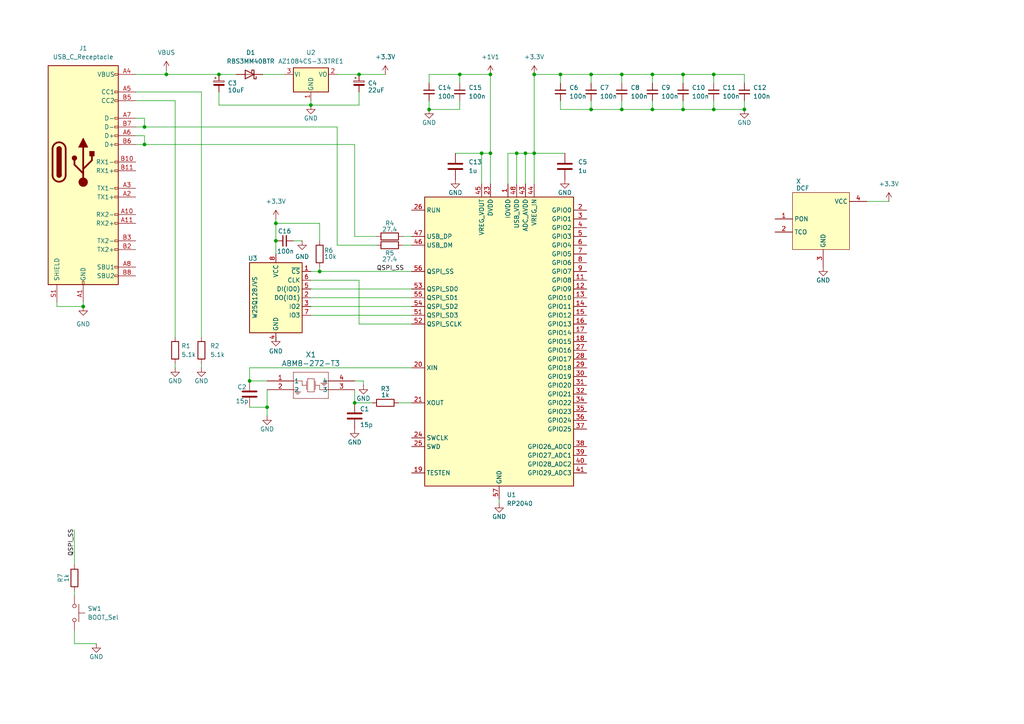
<source format=kicad_sch>
(kicad_sch
	(version 20231120)
	(generator "eeschema")
	(generator_version "8.0")
	(uuid "cbafe076-4ecf-4844-ac3c-60aae4148510")
	(paper "A4")
	(lib_symbols
		(symbol "Connector:USB_C_Receptacle"
			(pin_names
				(offset 1.016)
			)
			(exclude_from_sim no)
			(in_bom yes)
			(on_board yes)
			(property "Reference" "J"
				(at -10.16 29.21 0)
				(effects
					(font
						(size 1.27 1.27)
					)
					(justify left)
				)
			)
			(property "Value" "USB_C_Receptacle"
				(at 10.16 29.21 0)
				(effects
					(font
						(size 1.27 1.27)
					)
					(justify right)
				)
			)
			(property "Footprint" ""
				(at 3.81 0 0)
				(effects
					(font
						(size 1.27 1.27)
					)
					(hide yes)
				)
			)
			(property "Datasheet" "https://www.usb.org/sites/default/files/documents/usb_type-c.zip"
				(at 3.81 0 0)
				(effects
					(font
						(size 1.27 1.27)
					)
					(hide yes)
				)
			)
			(property "Description" "USB Full-Featured Type-C Receptacle connector"
				(at 0 0 0)
				(effects
					(font
						(size 1.27 1.27)
					)
					(hide yes)
				)
			)
			(property "ki_keywords" "usb universal serial bus type-C full-featured"
				(at 0 0 0)
				(effects
					(font
						(size 1.27 1.27)
					)
					(hide yes)
				)
			)
			(property "ki_fp_filters" "USB*C*Receptacle*"
				(at 0 0 0)
				(effects
					(font
						(size 1.27 1.27)
					)
					(hide yes)
				)
			)
			(symbol "USB_C_Receptacle_0_0"
				(rectangle
					(start -0.254 -35.56)
					(end 0.254 -34.544)
					(stroke
						(width 0)
						(type default)
					)
					(fill
						(type none)
					)
				)
				(rectangle
					(start 10.16 -32.766)
					(end 9.144 -33.274)
					(stroke
						(width 0)
						(type default)
					)
					(fill
						(type none)
					)
				)
				(rectangle
					(start 10.16 -30.226)
					(end 9.144 -30.734)
					(stroke
						(width 0)
						(type default)
					)
					(fill
						(type none)
					)
				)
				(rectangle
					(start 10.16 -25.146)
					(end 9.144 -25.654)
					(stroke
						(width 0)
						(type default)
					)
					(fill
						(type none)
					)
				)
				(rectangle
					(start 10.16 -22.606)
					(end 9.144 -23.114)
					(stroke
						(width 0)
						(type default)
					)
					(fill
						(type none)
					)
				)
				(rectangle
					(start 10.16 -17.526)
					(end 9.144 -18.034)
					(stroke
						(width 0)
						(type default)
					)
					(fill
						(type none)
					)
				)
				(rectangle
					(start 10.16 -14.986)
					(end 9.144 -15.494)
					(stroke
						(width 0)
						(type default)
					)
					(fill
						(type none)
					)
				)
				(rectangle
					(start 10.16 -9.906)
					(end 9.144 -10.414)
					(stroke
						(width 0)
						(type default)
					)
					(fill
						(type none)
					)
				)
				(rectangle
					(start 10.16 -7.366)
					(end 9.144 -7.874)
					(stroke
						(width 0)
						(type default)
					)
					(fill
						(type none)
					)
				)
				(rectangle
					(start 10.16 -2.286)
					(end 9.144 -2.794)
					(stroke
						(width 0)
						(type default)
					)
					(fill
						(type none)
					)
				)
				(rectangle
					(start 10.16 0.254)
					(end 9.144 -0.254)
					(stroke
						(width 0)
						(type default)
					)
					(fill
						(type none)
					)
				)
				(rectangle
					(start 10.16 5.334)
					(end 9.144 4.826)
					(stroke
						(width 0)
						(type default)
					)
					(fill
						(type none)
					)
				)
				(rectangle
					(start 10.16 7.874)
					(end 9.144 7.366)
					(stroke
						(width 0)
						(type default)
					)
					(fill
						(type none)
					)
				)
				(rectangle
					(start 10.16 10.414)
					(end 9.144 9.906)
					(stroke
						(width 0)
						(type default)
					)
					(fill
						(type none)
					)
				)
				(rectangle
					(start 10.16 12.954)
					(end 9.144 12.446)
					(stroke
						(width 0)
						(type default)
					)
					(fill
						(type none)
					)
				)
				(rectangle
					(start 10.16 18.034)
					(end 9.144 17.526)
					(stroke
						(width 0)
						(type default)
					)
					(fill
						(type none)
					)
				)
				(rectangle
					(start 10.16 20.574)
					(end 9.144 20.066)
					(stroke
						(width 0)
						(type default)
					)
					(fill
						(type none)
					)
				)
				(rectangle
					(start 10.16 25.654)
					(end 9.144 25.146)
					(stroke
						(width 0)
						(type default)
					)
					(fill
						(type none)
					)
				)
			)
			(symbol "USB_C_Receptacle_0_1"
				(rectangle
					(start -10.16 27.94)
					(end 10.16 -35.56)
					(stroke
						(width 0.254)
						(type default)
					)
					(fill
						(type background)
					)
				)
				(arc
					(start -8.89 -3.81)
					(mid -6.985 -5.7067)
					(end -5.08 -3.81)
					(stroke
						(width 0.508)
						(type default)
					)
					(fill
						(type none)
					)
				)
				(arc
					(start -7.62 -3.81)
					(mid -6.985 -4.4423)
					(end -6.35 -3.81)
					(stroke
						(width 0.254)
						(type default)
					)
					(fill
						(type none)
					)
				)
				(arc
					(start -7.62 -3.81)
					(mid -6.985 -4.4423)
					(end -6.35 -3.81)
					(stroke
						(width 0.254)
						(type default)
					)
					(fill
						(type outline)
					)
				)
				(rectangle
					(start -7.62 -3.81)
					(end -6.35 3.81)
					(stroke
						(width 0.254)
						(type default)
					)
					(fill
						(type outline)
					)
				)
				(arc
					(start -6.35 3.81)
					(mid -6.985 4.4423)
					(end -7.62 3.81)
					(stroke
						(width 0.254)
						(type default)
					)
					(fill
						(type none)
					)
				)
				(arc
					(start -6.35 3.81)
					(mid -6.985 4.4423)
					(end -7.62 3.81)
					(stroke
						(width 0.254)
						(type default)
					)
					(fill
						(type outline)
					)
				)
				(arc
					(start -5.08 3.81)
					(mid -6.985 5.7067)
					(end -8.89 3.81)
					(stroke
						(width 0.508)
						(type default)
					)
					(fill
						(type none)
					)
				)
				(polyline
					(pts
						(xy -8.89 -3.81) (xy -8.89 3.81)
					)
					(stroke
						(width 0.508)
						(type default)
					)
					(fill
						(type none)
					)
				)
				(polyline
					(pts
						(xy -5.08 3.81) (xy -5.08 -3.81)
					)
					(stroke
						(width 0.508)
						(type default)
					)
					(fill
						(type none)
					)
				)
			)
			(symbol "USB_C_Receptacle_1_1"
				(circle
					(center -2.54 1.143)
					(radius 0.635)
					(stroke
						(width 0.254)
						(type default)
					)
					(fill
						(type outline)
					)
				)
				(circle
					(center 0 -5.842)
					(radius 1.27)
					(stroke
						(width 0)
						(type default)
					)
					(fill
						(type outline)
					)
				)
				(polyline
					(pts
						(xy 0 -5.842) (xy 0 4.318)
					)
					(stroke
						(width 0.508)
						(type default)
					)
					(fill
						(type none)
					)
				)
				(polyline
					(pts
						(xy 0 -3.302) (xy -2.54 -0.762) (xy -2.54 0.508)
					)
					(stroke
						(width 0.508)
						(type default)
					)
					(fill
						(type none)
					)
				)
				(polyline
					(pts
						(xy 0 -2.032) (xy 2.54 0.508) (xy 2.54 1.778)
					)
					(stroke
						(width 0.508)
						(type default)
					)
					(fill
						(type none)
					)
				)
				(polyline
					(pts
						(xy -1.27 4.318) (xy 0 6.858) (xy 1.27 4.318) (xy -1.27 4.318)
					)
					(stroke
						(width 0.254)
						(type default)
					)
					(fill
						(type outline)
					)
				)
				(rectangle
					(start 1.905 1.778)
					(end 3.175 3.048)
					(stroke
						(width 0.254)
						(type default)
					)
					(fill
						(type outline)
					)
				)
				(pin passive line
					(at 0 -40.64 90)
					(length 5.08)
					(name "GND"
						(effects
							(font
								(size 1.27 1.27)
							)
						)
					)
					(number "A1"
						(effects
							(font
								(size 1.27 1.27)
							)
						)
					)
				)
				(pin bidirectional line
					(at 15.24 -15.24 180)
					(length 5.08)
					(name "RX2-"
						(effects
							(font
								(size 1.27 1.27)
							)
						)
					)
					(number "A10"
						(effects
							(font
								(size 1.27 1.27)
							)
						)
					)
				)
				(pin bidirectional line
					(at 15.24 -17.78 180)
					(length 5.08)
					(name "RX2+"
						(effects
							(font
								(size 1.27 1.27)
							)
						)
					)
					(number "A11"
						(effects
							(font
								(size 1.27 1.27)
							)
						)
					)
				)
				(pin passive line
					(at 0 -40.64 90)
					(length 5.08) hide
					(name "GND"
						(effects
							(font
								(size 1.27 1.27)
							)
						)
					)
					(number "A12"
						(effects
							(font
								(size 1.27 1.27)
							)
						)
					)
				)
				(pin bidirectional line
					(at 15.24 -10.16 180)
					(length 5.08)
					(name "TX1+"
						(effects
							(font
								(size 1.27 1.27)
							)
						)
					)
					(number "A2"
						(effects
							(font
								(size 1.27 1.27)
							)
						)
					)
				)
				(pin bidirectional line
					(at 15.24 -7.62 180)
					(length 5.08)
					(name "TX1-"
						(effects
							(font
								(size 1.27 1.27)
							)
						)
					)
					(number "A3"
						(effects
							(font
								(size 1.27 1.27)
							)
						)
					)
				)
				(pin passive line
					(at 15.24 25.4 180)
					(length 5.08)
					(name "VBUS"
						(effects
							(font
								(size 1.27 1.27)
							)
						)
					)
					(number "A4"
						(effects
							(font
								(size 1.27 1.27)
							)
						)
					)
				)
				(pin bidirectional line
					(at 15.24 20.32 180)
					(length 5.08)
					(name "CC1"
						(effects
							(font
								(size 1.27 1.27)
							)
						)
					)
					(number "A5"
						(effects
							(font
								(size 1.27 1.27)
							)
						)
					)
				)
				(pin bidirectional line
					(at 15.24 7.62 180)
					(length 5.08)
					(name "D+"
						(effects
							(font
								(size 1.27 1.27)
							)
						)
					)
					(number "A6"
						(effects
							(font
								(size 1.27 1.27)
							)
						)
					)
				)
				(pin bidirectional line
					(at 15.24 12.7 180)
					(length 5.08)
					(name "D-"
						(effects
							(font
								(size 1.27 1.27)
							)
						)
					)
					(number "A7"
						(effects
							(font
								(size 1.27 1.27)
							)
						)
					)
				)
				(pin bidirectional line
					(at 15.24 -30.48 180)
					(length 5.08)
					(name "SBU1"
						(effects
							(font
								(size 1.27 1.27)
							)
						)
					)
					(number "A8"
						(effects
							(font
								(size 1.27 1.27)
							)
						)
					)
				)
				(pin passive line
					(at 15.24 25.4 180)
					(length 5.08) hide
					(name "VBUS"
						(effects
							(font
								(size 1.27 1.27)
							)
						)
					)
					(number "A9"
						(effects
							(font
								(size 1.27 1.27)
							)
						)
					)
				)
				(pin passive line
					(at 0 -40.64 90)
					(length 5.08) hide
					(name "GND"
						(effects
							(font
								(size 1.27 1.27)
							)
						)
					)
					(number "B1"
						(effects
							(font
								(size 1.27 1.27)
							)
						)
					)
				)
				(pin bidirectional line
					(at 15.24 0 180)
					(length 5.08)
					(name "RX1-"
						(effects
							(font
								(size 1.27 1.27)
							)
						)
					)
					(number "B10"
						(effects
							(font
								(size 1.27 1.27)
							)
						)
					)
				)
				(pin bidirectional line
					(at 15.24 -2.54 180)
					(length 5.08)
					(name "RX1+"
						(effects
							(font
								(size 1.27 1.27)
							)
						)
					)
					(number "B11"
						(effects
							(font
								(size 1.27 1.27)
							)
						)
					)
				)
				(pin passive line
					(at 0 -40.64 90)
					(length 5.08) hide
					(name "GND"
						(effects
							(font
								(size 1.27 1.27)
							)
						)
					)
					(number "B12"
						(effects
							(font
								(size 1.27 1.27)
							)
						)
					)
				)
				(pin bidirectional line
					(at 15.24 -25.4 180)
					(length 5.08)
					(name "TX2+"
						(effects
							(font
								(size 1.27 1.27)
							)
						)
					)
					(number "B2"
						(effects
							(font
								(size 1.27 1.27)
							)
						)
					)
				)
				(pin bidirectional line
					(at 15.24 -22.86 180)
					(length 5.08)
					(name "TX2-"
						(effects
							(font
								(size 1.27 1.27)
							)
						)
					)
					(number "B3"
						(effects
							(font
								(size 1.27 1.27)
							)
						)
					)
				)
				(pin passive line
					(at 15.24 25.4 180)
					(length 5.08) hide
					(name "VBUS"
						(effects
							(font
								(size 1.27 1.27)
							)
						)
					)
					(number "B4"
						(effects
							(font
								(size 1.27 1.27)
							)
						)
					)
				)
				(pin bidirectional line
					(at 15.24 17.78 180)
					(length 5.08)
					(name "CC2"
						(effects
							(font
								(size 1.27 1.27)
							)
						)
					)
					(number "B5"
						(effects
							(font
								(size 1.27 1.27)
							)
						)
					)
				)
				(pin bidirectional line
					(at 15.24 5.08 180)
					(length 5.08)
					(name "D+"
						(effects
							(font
								(size 1.27 1.27)
							)
						)
					)
					(number "B6"
						(effects
							(font
								(size 1.27 1.27)
							)
						)
					)
				)
				(pin bidirectional line
					(at 15.24 10.16 180)
					(length 5.08)
					(name "D-"
						(effects
							(font
								(size 1.27 1.27)
							)
						)
					)
					(number "B7"
						(effects
							(font
								(size 1.27 1.27)
							)
						)
					)
				)
				(pin bidirectional line
					(at 15.24 -33.02 180)
					(length 5.08)
					(name "SBU2"
						(effects
							(font
								(size 1.27 1.27)
							)
						)
					)
					(number "B8"
						(effects
							(font
								(size 1.27 1.27)
							)
						)
					)
				)
				(pin passive line
					(at 15.24 25.4 180)
					(length 5.08) hide
					(name "VBUS"
						(effects
							(font
								(size 1.27 1.27)
							)
						)
					)
					(number "B9"
						(effects
							(font
								(size 1.27 1.27)
							)
						)
					)
				)
				(pin passive line
					(at -7.62 -40.64 90)
					(length 5.08)
					(name "SHIELD"
						(effects
							(font
								(size 1.27 1.27)
							)
						)
					)
					(number "S1"
						(effects
							(font
								(size 1.27 1.27)
							)
						)
					)
				)
			)
		)
		(symbol "Device:C"
			(pin_numbers hide)
			(pin_names
				(offset 0.254)
			)
			(exclude_from_sim no)
			(in_bom yes)
			(on_board yes)
			(property "Reference" "C"
				(at 0.635 2.54 0)
				(effects
					(font
						(size 1.27 1.27)
					)
					(justify left)
				)
			)
			(property "Value" "C"
				(at 0.635 -2.54 0)
				(effects
					(font
						(size 1.27 1.27)
					)
					(justify left)
				)
			)
			(property "Footprint" ""
				(at 0.9652 -3.81 0)
				(effects
					(font
						(size 1.27 1.27)
					)
					(hide yes)
				)
			)
			(property "Datasheet" "~"
				(at 0 0 0)
				(effects
					(font
						(size 1.27 1.27)
					)
					(hide yes)
				)
			)
			(property "Description" "Unpolarized capacitor"
				(at 0 0 0)
				(effects
					(font
						(size 1.27 1.27)
					)
					(hide yes)
				)
			)
			(property "ki_keywords" "cap capacitor"
				(at 0 0 0)
				(effects
					(font
						(size 1.27 1.27)
					)
					(hide yes)
				)
			)
			(property "ki_fp_filters" "C_*"
				(at 0 0 0)
				(effects
					(font
						(size 1.27 1.27)
					)
					(hide yes)
				)
			)
			(symbol "C_0_1"
				(polyline
					(pts
						(xy -2.032 -0.762) (xy 2.032 -0.762)
					)
					(stroke
						(width 0.508)
						(type default)
					)
					(fill
						(type none)
					)
				)
				(polyline
					(pts
						(xy -2.032 0.762) (xy 2.032 0.762)
					)
					(stroke
						(width 0.508)
						(type default)
					)
					(fill
						(type none)
					)
				)
			)
			(symbol "C_1_1"
				(pin passive line
					(at 0 3.81 270)
					(length 2.794)
					(name "~"
						(effects
							(font
								(size 1.27 1.27)
							)
						)
					)
					(number "1"
						(effects
							(font
								(size 1.27 1.27)
							)
						)
					)
				)
				(pin passive line
					(at 0 -3.81 90)
					(length 2.794)
					(name "~"
						(effects
							(font
								(size 1.27 1.27)
							)
						)
					)
					(number "2"
						(effects
							(font
								(size 1.27 1.27)
							)
						)
					)
				)
			)
		)
		(symbol "Device:C_Polarized_Small"
			(pin_numbers hide)
			(pin_names
				(offset 0.254) hide)
			(exclude_from_sim no)
			(in_bom yes)
			(on_board yes)
			(property "Reference" "C"
				(at 0.254 1.778 0)
				(effects
					(font
						(size 1.27 1.27)
					)
					(justify left)
				)
			)
			(property "Value" "C_Polarized_Small"
				(at 0.254 -2.032 0)
				(effects
					(font
						(size 1.27 1.27)
					)
					(justify left)
				)
			)
			(property "Footprint" ""
				(at 0 0 0)
				(effects
					(font
						(size 1.27 1.27)
					)
					(hide yes)
				)
			)
			(property "Datasheet" "~"
				(at 0 0 0)
				(effects
					(font
						(size 1.27 1.27)
					)
					(hide yes)
				)
			)
			(property "Description" "Polarized capacitor, small symbol"
				(at 0 0 0)
				(effects
					(font
						(size 1.27 1.27)
					)
					(hide yes)
				)
			)
			(property "ki_keywords" "cap capacitor"
				(at 0 0 0)
				(effects
					(font
						(size 1.27 1.27)
					)
					(hide yes)
				)
			)
			(property "ki_fp_filters" "CP_*"
				(at 0 0 0)
				(effects
					(font
						(size 1.27 1.27)
					)
					(hide yes)
				)
			)
			(symbol "C_Polarized_Small_0_1"
				(rectangle
					(start -1.524 -0.3048)
					(end 1.524 -0.6858)
					(stroke
						(width 0)
						(type default)
					)
					(fill
						(type outline)
					)
				)
				(rectangle
					(start -1.524 0.6858)
					(end 1.524 0.3048)
					(stroke
						(width 0)
						(type default)
					)
					(fill
						(type none)
					)
				)
				(polyline
					(pts
						(xy -1.27 1.524) (xy -0.762 1.524)
					)
					(stroke
						(width 0)
						(type default)
					)
					(fill
						(type none)
					)
				)
				(polyline
					(pts
						(xy -1.016 1.27) (xy -1.016 1.778)
					)
					(stroke
						(width 0)
						(type default)
					)
					(fill
						(type none)
					)
				)
			)
			(symbol "C_Polarized_Small_1_1"
				(pin passive line
					(at 0 2.54 270)
					(length 1.8542)
					(name "~"
						(effects
							(font
								(size 1.27 1.27)
							)
						)
					)
					(number "1"
						(effects
							(font
								(size 1.27 1.27)
							)
						)
					)
				)
				(pin passive line
					(at 0 -2.54 90)
					(length 1.8542)
					(name "~"
						(effects
							(font
								(size 1.27 1.27)
							)
						)
					)
					(number "2"
						(effects
							(font
								(size 1.27 1.27)
							)
						)
					)
				)
			)
		)
		(symbol "Device:C_Small"
			(pin_numbers hide)
			(pin_names
				(offset 0.254) hide)
			(exclude_from_sim no)
			(in_bom yes)
			(on_board yes)
			(property "Reference" "C"
				(at 0.254 1.778 0)
				(effects
					(font
						(size 1.27 1.27)
					)
					(justify left)
				)
			)
			(property "Value" "C_Small"
				(at 0.254 -2.032 0)
				(effects
					(font
						(size 1.27 1.27)
					)
					(justify left)
				)
			)
			(property "Footprint" ""
				(at 0 0 0)
				(effects
					(font
						(size 1.27 1.27)
					)
					(hide yes)
				)
			)
			(property "Datasheet" "~"
				(at 0 0 0)
				(effects
					(font
						(size 1.27 1.27)
					)
					(hide yes)
				)
			)
			(property "Description" "Unpolarized capacitor, small symbol"
				(at 0 0 0)
				(effects
					(font
						(size 1.27 1.27)
					)
					(hide yes)
				)
			)
			(property "ki_keywords" "capacitor cap"
				(at 0 0 0)
				(effects
					(font
						(size 1.27 1.27)
					)
					(hide yes)
				)
			)
			(property "ki_fp_filters" "C_*"
				(at 0 0 0)
				(effects
					(font
						(size 1.27 1.27)
					)
					(hide yes)
				)
			)
			(symbol "C_Small_0_1"
				(polyline
					(pts
						(xy -1.524 -0.508) (xy 1.524 -0.508)
					)
					(stroke
						(width 0.3302)
						(type default)
					)
					(fill
						(type none)
					)
				)
				(polyline
					(pts
						(xy -1.524 0.508) (xy 1.524 0.508)
					)
					(stroke
						(width 0.3048)
						(type default)
					)
					(fill
						(type none)
					)
				)
			)
			(symbol "C_Small_1_1"
				(pin passive line
					(at 0 2.54 270)
					(length 2.032)
					(name "~"
						(effects
							(font
								(size 1.27 1.27)
							)
						)
					)
					(number "1"
						(effects
							(font
								(size 1.27 1.27)
							)
						)
					)
				)
				(pin passive line
					(at 0 -2.54 90)
					(length 2.032)
					(name "~"
						(effects
							(font
								(size 1.27 1.27)
							)
						)
					)
					(number "2"
						(effects
							(font
								(size 1.27 1.27)
							)
						)
					)
				)
			)
		)
		(symbol "Device:D_Schottky"
			(pin_numbers hide)
			(pin_names
				(offset 1.016) hide)
			(exclude_from_sim no)
			(in_bom yes)
			(on_board yes)
			(property "Reference" "D"
				(at 0 2.54 0)
				(effects
					(font
						(size 1.27 1.27)
					)
				)
			)
			(property "Value" "D_Schottky"
				(at 0 -2.54 0)
				(effects
					(font
						(size 1.27 1.27)
					)
				)
			)
			(property "Footprint" ""
				(at 0 0 0)
				(effects
					(font
						(size 1.27 1.27)
					)
					(hide yes)
				)
			)
			(property "Datasheet" "~"
				(at 0 0 0)
				(effects
					(font
						(size 1.27 1.27)
					)
					(hide yes)
				)
			)
			(property "Description" "Schottky diode"
				(at 0 0 0)
				(effects
					(font
						(size 1.27 1.27)
					)
					(hide yes)
				)
			)
			(property "ki_keywords" "diode Schottky"
				(at 0 0 0)
				(effects
					(font
						(size 1.27 1.27)
					)
					(hide yes)
				)
			)
			(property "ki_fp_filters" "TO-???* *_Diode_* *SingleDiode* D_*"
				(at 0 0 0)
				(effects
					(font
						(size 1.27 1.27)
					)
					(hide yes)
				)
			)
			(symbol "D_Schottky_0_1"
				(polyline
					(pts
						(xy 1.27 0) (xy -1.27 0)
					)
					(stroke
						(width 0)
						(type default)
					)
					(fill
						(type none)
					)
				)
				(polyline
					(pts
						(xy 1.27 1.27) (xy 1.27 -1.27) (xy -1.27 0) (xy 1.27 1.27)
					)
					(stroke
						(width 0.254)
						(type default)
					)
					(fill
						(type none)
					)
				)
				(polyline
					(pts
						(xy -1.905 0.635) (xy -1.905 1.27) (xy -1.27 1.27) (xy -1.27 -1.27) (xy -0.635 -1.27) (xy -0.635 -0.635)
					)
					(stroke
						(width 0.254)
						(type default)
					)
					(fill
						(type none)
					)
				)
			)
			(symbol "D_Schottky_1_1"
				(pin passive line
					(at -3.81 0 0)
					(length 2.54)
					(name "K"
						(effects
							(font
								(size 1.27 1.27)
							)
						)
					)
					(number "1"
						(effects
							(font
								(size 1.27 1.27)
							)
						)
					)
				)
				(pin passive line
					(at 3.81 0 180)
					(length 2.54)
					(name "A"
						(effects
							(font
								(size 1.27 1.27)
							)
						)
					)
					(number "2"
						(effects
							(font
								(size 1.27 1.27)
							)
						)
					)
				)
			)
		)
		(symbol "Device:R"
			(pin_numbers hide)
			(pin_names
				(offset 0)
			)
			(exclude_from_sim no)
			(in_bom yes)
			(on_board yes)
			(property "Reference" "R"
				(at 2.032 0 90)
				(effects
					(font
						(size 1.27 1.27)
					)
				)
			)
			(property "Value" "R"
				(at 0 0 90)
				(effects
					(font
						(size 1.27 1.27)
					)
				)
			)
			(property "Footprint" ""
				(at -1.778 0 90)
				(effects
					(font
						(size 1.27 1.27)
					)
					(hide yes)
				)
			)
			(property "Datasheet" "~"
				(at 0 0 0)
				(effects
					(font
						(size 1.27 1.27)
					)
					(hide yes)
				)
			)
			(property "Description" "Resistor"
				(at 0 0 0)
				(effects
					(font
						(size 1.27 1.27)
					)
					(hide yes)
				)
			)
			(property "ki_keywords" "R res resistor"
				(at 0 0 0)
				(effects
					(font
						(size 1.27 1.27)
					)
					(hide yes)
				)
			)
			(property "ki_fp_filters" "R_*"
				(at 0 0 0)
				(effects
					(font
						(size 1.27 1.27)
					)
					(hide yes)
				)
			)
			(symbol "R_0_1"
				(rectangle
					(start -1.016 -2.54)
					(end 1.016 2.54)
					(stroke
						(width 0.254)
						(type default)
					)
					(fill
						(type none)
					)
				)
			)
			(symbol "R_1_1"
				(pin passive line
					(at 0 3.81 270)
					(length 1.27)
					(name "~"
						(effects
							(font
								(size 1.27 1.27)
							)
						)
					)
					(number "1"
						(effects
							(font
								(size 1.27 1.27)
							)
						)
					)
				)
				(pin passive line
					(at 0 -3.81 90)
					(length 1.27)
					(name "~"
						(effects
							(font
								(size 1.27 1.27)
							)
						)
					)
					(number "2"
						(effects
							(font
								(size 1.27 1.27)
							)
						)
					)
				)
			)
		)
		(symbol "MCU_RaspberryPi:RP2040"
			(exclude_from_sim no)
			(in_bom yes)
			(on_board yes)
			(property "Reference" "U"
				(at 17.78 45.72 0)
				(effects
					(font
						(size 1.27 1.27)
					)
				)
			)
			(property "Value" "RP2040"
				(at 17.78 43.18 0)
				(effects
					(font
						(size 1.27 1.27)
					)
				)
			)
			(property "Footprint" "Package_DFN_QFN:QFN-56-1EP_7x7mm_P0.4mm_EP3.2x3.2mm"
				(at 0 0 0)
				(effects
					(font
						(size 1.27 1.27)
					)
					(hide yes)
				)
			)
			(property "Datasheet" "https://datasheets.raspberrypi.com/rp2040/rp2040-datasheet.pdf"
				(at 0 0 0)
				(effects
					(font
						(size 1.27 1.27)
					)
					(hide yes)
				)
			)
			(property "Description" "A microcontroller by Raspberry Pi"
				(at 0 0 0)
				(effects
					(font
						(size 1.27 1.27)
					)
					(hide yes)
				)
			)
			(property "ki_keywords" "RP2040 ARM Cortex-M0+ USB"
				(at 0 0 0)
				(effects
					(font
						(size 1.27 1.27)
					)
					(hide yes)
				)
			)
			(property "ki_fp_filters" "QFN*1EP*7x7mm?P0.4mm*"
				(at 0 0 0)
				(effects
					(font
						(size 1.27 1.27)
					)
					(hide yes)
				)
			)
			(symbol "RP2040_0_1"
				(rectangle
					(start -21.59 41.91)
					(end 21.59 -41.91)
					(stroke
						(width 0.254)
						(type default)
					)
					(fill
						(type background)
					)
				)
			)
			(symbol "RP2040_1_1"
				(pin power_in line
					(at 2.54 45.72 270)
					(length 3.81)
					(name "IOVDD"
						(effects
							(font
								(size 1.27 1.27)
							)
						)
					)
					(number "1"
						(effects
							(font
								(size 1.27 1.27)
							)
						)
					)
				)
				(pin passive line
					(at 2.54 45.72 270)
					(length 3.81) hide
					(name "IOVDD"
						(effects
							(font
								(size 1.27 1.27)
							)
						)
					)
					(number "10"
						(effects
							(font
								(size 1.27 1.27)
							)
						)
					)
				)
				(pin bidirectional line
					(at 25.4 17.78 180)
					(length 3.81)
					(name "GPIO8"
						(effects
							(font
								(size 1.27 1.27)
							)
						)
					)
					(number "11"
						(effects
							(font
								(size 1.27 1.27)
							)
						)
					)
				)
				(pin bidirectional line
					(at 25.4 15.24 180)
					(length 3.81)
					(name "GPIO9"
						(effects
							(font
								(size 1.27 1.27)
							)
						)
					)
					(number "12"
						(effects
							(font
								(size 1.27 1.27)
							)
						)
					)
				)
				(pin bidirectional line
					(at 25.4 12.7 180)
					(length 3.81)
					(name "GPIO10"
						(effects
							(font
								(size 1.27 1.27)
							)
						)
					)
					(number "13"
						(effects
							(font
								(size 1.27 1.27)
							)
						)
					)
				)
				(pin bidirectional line
					(at 25.4 10.16 180)
					(length 3.81)
					(name "GPIO11"
						(effects
							(font
								(size 1.27 1.27)
							)
						)
					)
					(number "14"
						(effects
							(font
								(size 1.27 1.27)
							)
						)
					)
				)
				(pin bidirectional line
					(at 25.4 7.62 180)
					(length 3.81)
					(name "GPIO12"
						(effects
							(font
								(size 1.27 1.27)
							)
						)
					)
					(number "15"
						(effects
							(font
								(size 1.27 1.27)
							)
						)
					)
				)
				(pin bidirectional line
					(at 25.4 5.08 180)
					(length 3.81)
					(name "GPIO13"
						(effects
							(font
								(size 1.27 1.27)
							)
						)
					)
					(number "16"
						(effects
							(font
								(size 1.27 1.27)
							)
						)
					)
				)
				(pin bidirectional line
					(at 25.4 2.54 180)
					(length 3.81)
					(name "GPIO14"
						(effects
							(font
								(size 1.27 1.27)
							)
						)
					)
					(number "17"
						(effects
							(font
								(size 1.27 1.27)
							)
						)
					)
				)
				(pin bidirectional line
					(at 25.4 0 180)
					(length 3.81)
					(name "GPIO15"
						(effects
							(font
								(size 1.27 1.27)
							)
						)
					)
					(number "18"
						(effects
							(font
								(size 1.27 1.27)
							)
						)
					)
				)
				(pin input line
					(at -25.4 -38.1 0)
					(length 3.81)
					(name "TESTEN"
						(effects
							(font
								(size 1.27 1.27)
							)
						)
					)
					(number "19"
						(effects
							(font
								(size 1.27 1.27)
							)
						)
					)
				)
				(pin bidirectional line
					(at 25.4 38.1 180)
					(length 3.81)
					(name "GPIO0"
						(effects
							(font
								(size 1.27 1.27)
							)
						)
					)
					(number "2"
						(effects
							(font
								(size 1.27 1.27)
							)
						)
					)
				)
				(pin input line
					(at -25.4 -7.62 0)
					(length 3.81)
					(name "XIN"
						(effects
							(font
								(size 1.27 1.27)
							)
						)
					)
					(number "20"
						(effects
							(font
								(size 1.27 1.27)
							)
						)
					)
				)
				(pin passive line
					(at -25.4 -17.78 0)
					(length 3.81)
					(name "XOUT"
						(effects
							(font
								(size 1.27 1.27)
							)
						)
					)
					(number "21"
						(effects
							(font
								(size 1.27 1.27)
							)
						)
					)
				)
				(pin passive line
					(at 2.54 45.72 270)
					(length 3.81) hide
					(name "IOVDD"
						(effects
							(font
								(size 1.27 1.27)
							)
						)
					)
					(number "22"
						(effects
							(font
								(size 1.27 1.27)
							)
						)
					)
				)
				(pin power_in line
					(at -2.54 45.72 270)
					(length 3.81)
					(name "DVDD"
						(effects
							(font
								(size 1.27 1.27)
							)
						)
					)
					(number "23"
						(effects
							(font
								(size 1.27 1.27)
							)
						)
					)
				)
				(pin input line
					(at -25.4 -27.94 0)
					(length 3.81)
					(name "SWCLK"
						(effects
							(font
								(size 1.27 1.27)
							)
						)
					)
					(number "24"
						(effects
							(font
								(size 1.27 1.27)
							)
						)
					)
				)
				(pin bidirectional line
					(at -25.4 -30.48 0)
					(length 3.81)
					(name "SWD"
						(effects
							(font
								(size 1.27 1.27)
							)
						)
					)
					(number "25"
						(effects
							(font
								(size 1.27 1.27)
							)
						)
					)
				)
				(pin input line
					(at -25.4 38.1 0)
					(length 3.81)
					(name "RUN"
						(effects
							(font
								(size 1.27 1.27)
							)
						)
					)
					(number "26"
						(effects
							(font
								(size 1.27 1.27)
							)
						)
					)
				)
				(pin bidirectional line
					(at 25.4 -2.54 180)
					(length 3.81)
					(name "GPIO16"
						(effects
							(font
								(size 1.27 1.27)
							)
						)
					)
					(number "27"
						(effects
							(font
								(size 1.27 1.27)
							)
						)
					)
				)
				(pin bidirectional line
					(at 25.4 -5.08 180)
					(length 3.81)
					(name "GPIO17"
						(effects
							(font
								(size 1.27 1.27)
							)
						)
					)
					(number "28"
						(effects
							(font
								(size 1.27 1.27)
							)
						)
					)
				)
				(pin bidirectional line
					(at 25.4 -7.62 180)
					(length 3.81)
					(name "GPIO18"
						(effects
							(font
								(size 1.27 1.27)
							)
						)
					)
					(number "29"
						(effects
							(font
								(size 1.27 1.27)
							)
						)
					)
				)
				(pin bidirectional line
					(at 25.4 35.56 180)
					(length 3.81)
					(name "GPIO1"
						(effects
							(font
								(size 1.27 1.27)
							)
						)
					)
					(number "3"
						(effects
							(font
								(size 1.27 1.27)
							)
						)
					)
				)
				(pin bidirectional line
					(at 25.4 -10.16 180)
					(length 3.81)
					(name "GPIO19"
						(effects
							(font
								(size 1.27 1.27)
							)
						)
					)
					(number "30"
						(effects
							(font
								(size 1.27 1.27)
							)
						)
					)
				)
				(pin bidirectional line
					(at 25.4 -12.7 180)
					(length 3.81)
					(name "GPIO20"
						(effects
							(font
								(size 1.27 1.27)
							)
						)
					)
					(number "31"
						(effects
							(font
								(size 1.27 1.27)
							)
						)
					)
				)
				(pin bidirectional line
					(at 25.4 -15.24 180)
					(length 3.81)
					(name "GPIO21"
						(effects
							(font
								(size 1.27 1.27)
							)
						)
					)
					(number "32"
						(effects
							(font
								(size 1.27 1.27)
							)
						)
					)
				)
				(pin passive line
					(at 2.54 45.72 270)
					(length 3.81) hide
					(name "IOVDD"
						(effects
							(font
								(size 1.27 1.27)
							)
						)
					)
					(number "33"
						(effects
							(font
								(size 1.27 1.27)
							)
						)
					)
				)
				(pin bidirectional line
					(at 25.4 -17.78 180)
					(length 3.81)
					(name "GPIO22"
						(effects
							(font
								(size 1.27 1.27)
							)
						)
					)
					(number "34"
						(effects
							(font
								(size 1.27 1.27)
							)
						)
					)
				)
				(pin bidirectional line
					(at 25.4 -20.32 180)
					(length 3.81)
					(name "GPIO23"
						(effects
							(font
								(size 1.27 1.27)
							)
						)
					)
					(number "35"
						(effects
							(font
								(size 1.27 1.27)
							)
						)
					)
				)
				(pin bidirectional line
					(at 25.4 -22.86 180)
					(length 3.81)
					(name "GPIO24"
						(effects
							(font
								(size 1.27 1.27)
							)
						)
					)
					(number "36"
						(effects
							(font
								(size 1.27 1.27)
							)
						)
					)
				)
				(pin bidirectional line
					(at 25.4 -25.4 180)
					(length 3.81)
					(name "GPIO25"
						(effects
							(font
								(size 1.27 1.27)
							)
						)
					)
					(number "37"
						(effects
							(font
								(size 1.27 1.27)
							)
						)
					)
				)
				(pin bidirectional line
					(at 25.4 -30.48 180)
					(length 3.81)
					(name "GPIO26_ADC0"
						(effects
							(font
								(size 1.27 1.27)
							)
						)
					)
					(number "38"
						(effects
							(font
								(size 1.27 1.27)
							)
						)
					)
				)
				(pin bidirectional line
					(at 25.4 -33.02 180)
					(length 3.81)
					(name "GPIO27_ADC1"
						(effects
							(font
								(size 1.27 1.27)
							)
						)
					)
					(number "39"
						(effects
							(font
								(size 1.27 1.27)
							)
						)
					)
				)
				(pin bidirectional line
					(at 25.4 33.02 180)
					(length 3.81)
					(name "GPIO2"
						(effects
							(font
								(size 1.27 1.27)
							)
						)
					)
					(number "4"
						(effects
							(font
								(size 1.27 1.27)
							)
						)
					)
				)
				(pin bidirectional line
					(at 25.4 -35.56 180)
					(length 3.81)
					(name "GPIO28_ADC2"
						(effects
							(font
								(size 1.27 1.27)
							)
						)
					)
					(number "40"
						(effects
							(font
								(size 1.27 1.27)
							)
						)
					)
				)
				(pin bidirectional line
					(at 25.4 -38.1 180)
					(length 3.81)
					(name "GPIO29_ADC3"
						(effects
							(font
								(size 1.27 1.27)
							)
						)
					)
					(number "41"
						(effects
							(font
								(size 1.27 1.27)
							)
						)
					)
				)
				(pin passive line
					(at 2.54 45.72 270)
					(length 3.81) hide
					(name "IOVDD"
						(effects
							(font
								(size 1.27 1.27)
							)
						)
					)
					(number "42"
						(effects
							(font
								(size 1.27 1.27)
							)
						)
					)
				)
				(pin power_in line
					(at 7.62 45.72 270)
					(length 3.81)
					(name "ADC_AVDD"
						(effects
							(font
								(size 1.27 1.27)
							)
						)
					)
					(number "43"
						(effects
							(font
								(size 1.27 1.27)
							)
						)
					)
				)
				(pin power_in line
					(at 10.16 45.72 270)
					(length 3.81)
					(name "VREG_IN"
						(effects
							(font
								(size 1.27 1.27)
							)
						)
					)
					(number "44"
						(effects
							(font
								(size 1.27 1.27)
							)
						)
					)
				)
				(pin power_out line
					(at -5.08 45.72 270)
					(length 3.81)
					(name "VREG_VOUT"
						(effects
							(font
								(size 1.27 1.27)
							)
						)
					)
					(number "45"
						(effects
							(font
								(size 1.27 1.27)
							)
						)
					)
				)
				(pin bidirectional line
					(at -25.4 27.94 0)
					(length 3.81)
					(name "USB_DM"
						(effects
							(font
								(size 1.27 1.27)
							)
						)
					)
					(number "46"
						(effects
							(font
								(size 1.27 1.27)
							)
						)
					)
				)
				(pin bidirectional line
					(at -25.4 30.48 0)
					(length 3.81)
					(name "USB_DP"
						(effects
							(font
								(size 1.27 1.27)
							)
						)
					)
					(number "47"
						(effects
							(font
								(size 1.27 1.27)
							)
						)
					)
				)
				(pin power_in line
					(at 5.08 45.72 270)
					(length 3.81)
					(name "USB_VDD"
						(effects
							(font
								(size 1.27 1.27)
							)
						)
					)
					(number "48"
						(effects
							(font
								(size 1.27 1.27)
							)
						)
					)
				)
				(pin passive line
					(at 2.54 45.72 270)
					(length 3.81) hide
					(name "IOVDD"
						(effects
							(font
								(size 1.27 1.27)
							)
						)
					)
					(number "49"
						(effects
							(font
								(size 1.27 1.27)
							)
						)
					)
				)
				(pin bidirectional line
					(at 25.4 30.48 180)
					(length 3.81)
					(name "GPIO3"
						(effects
							(font
								(size 1.27 1.27)
							)
						)
					)
					(number "5"
						(effects
							(font
								(size 1.27 1.27)
							)
						)
					)
				)
				(pin passive line
					(at -2.54 45.72 270)
					(length 3.81) hide
					(name "DVDD"
						(effects
							(font
								(size 1.27 1.27)
							)
						)
					)
					(number "50"
						(effects
							(font
								(size 1.27 1.27)
							)
						)
					)
				)
				(pin bidirectional line
					(at -25.4 7.62 0)
					(length 3.81)
					(name "QSPI_SD3"
						(effects
							(font
								(size 1.27 1.27)
							)
						)
					)
					(number "51"
						(effects
							(font
								(size 1.27 1.27)
							)
						)
					)
				)
				(pin output line
					(at -25.4 5.08 0)
					(length 3.81)
					(name "QSPI_SCLK"
						(effects
							(font
								(size 1.27 1.27)
							)
						)
					)
					(number "52"
						(effects
							(font
								(size 1.27 1.27)
							)
						)
					)
				)
				(pin bidirectional line
					(at -25.4 15.24 0)
					(length 3.81)
					(name "QSPI_SD0"
						(effects
							(font
								(size 1.27 1.27)
							)
						)
					)
					(number "53"
						(effects
							(font
								(size 1.27 1.27)
							)
						)
					)
				)
				(pin bidirectional line
					(at -25.4 10.16 0)
					(length 3.81)
					(name "QSPI_SD2"
						(effects
							(font
								(size 1.27 1.27)
							)
						)
					)
					(number "54"
						(effects
							(font
								(size 1.27 1.27)
							)
						)
					)
				)
				(pin bidirectional line
					(at -25.4 12.7 0)
					(length 3.81)
					(name "QSPI_SD1"
						(effects
							(font
								(size 1.27 1.27)
							)
						)
					)
					(number "55"
						(effects
							(font
								(size 1.27 1.27)
							)
						)
					)
				)
				(pin bidirectional line
					(at -25.4 20.32 0)
					(length 3.81)
					(name "QSPI_SS"
						(effects
							(font
								(size 1.27 1.27)
							)
						)
					)
					(number "56"
						(effects
							(font
								(size 1.27 1.27)
							)
						)
					)
				)
				(pin power_in line
					(at 0 -45.72 90)
					(length 3.81)
					(name "GND"
						(effects
							(font
								(size 1.27 1.27)
							)
						)
					)
					(number "57"
						(effects
							(font
								(size 1.27 1.27)
							)
						)
					)
				)
				(pin bidirectional line
					(at 25.4 27.94 180)
					(length 3.81)
					(name "GPIO4"
						(effects
							(font
								(size 1.27 1.27)
							)
						)
					)
					(number "6"
						(effects
							(font
								(size 1.27 1.27)
							)
						)
					)
				)
				(pin bidirectional line
					(at 25.4 25.4 180)
					(length 3.81)
					(name "GPIO5"
						(effects
							(font
								(size 1.27 1.27)
							)
						)
					)
					(number "7"
						(effects
							(font
								(size 1.27 1.27)
							)
						)
					)
				)
				(pin bidirectional line
					(at 25.4 22.86 180)
					(length 3.81)
					(name "GPIO6"
						(effects
							(font
								(size 1.27 1.27)
							)
						)
					)
					(number "8"
						(effects
							(font
								(size 1.27 1.27)
							)
						)
					)
				)
				(pin bidirectional line
					(at 25.4 20.32 180)
					(length 3.81)
					(name "GPIO7"
						(effects
							(font
								(size 1.27 1.27)
							)
						)
					)
					(number "9"
						(effects
							(font
								(size 1.27 1.27)
							)
						)
					)
				)
			)
		)
		(symbol "Memory_Flash:W25Q128JVS"
			(exclude_from_sim no)
			(in_bom yes)
			(on_board yes)
			(property "Reference" "U"
				(at -8.89 8.89 0)
				(effects
					(font
						(size 1.27 1.27)
					)
				)
			)
			(property "Value" "W25Q128JVS"
				(at 7.62 8.89 0)
				(effects
					(font
						(size 1.27 1.27)
					)
				)
			)
			(property "Footprint" "Package_SO:SOIC-8_5.23x5.23mm_P1.27mm"
				(at 0 0 0)
				(effects
					(font
						(size 1.27 1.27)
					)
					(hide yes)
				)
			)
			(property "Datasheet" "http://www.winbond.com/resource-files/w25q128jv_dtr%20revc%2003272018%20plus.pdf"
				(at 0 0 0)
				(effects
					(font
						(size 1.27 1.27)
					)
					(hide yes)
				)
			)
			(property "Description" "128Mb Serial Flash Memory, Standard/Dual/Quad SPI, SOIC-8"
				(at 0 0 0)
				(effects
					(font
						(size 1.27 1.27)
					)
					(hide yes)
				)
			)
			(property "ki_keywords" "flash memory SPI QPI DTR"
				(at 0 0 0)
				(effects
					(font
						(size 1.27 1.27)
					)
					(hide yes)
				)
			)
			(property "ki_fp_filters" "SOIC*5.23x5.23mm*P1.27mm*"
				(at 0 0 0)
				(effects
					(font
						(size 1.27 1.27)
					)
					(hide yes)
				)
			)
			(symbol "W25Q128JVS_0_1"
				(rectangle
					(start -7.62 10.16)
					(end 7.62 -10.16)
					(stroke
						(width 0.254)
						(type default)
					)
					(fill
						(type background)
					)
				)
			)
			(symbol "W25Q128JVS_1_1"
				(pin input line
					(at -10.16 7.62 0)
					(length 2.54)
					(name "~{CS}"
						(effects
							(font
								(size 1.27 1.27)
							)
						)
					)
					(number "1"
						(effects
							(font
								(size 1.27 1.27)
							)
						)
					)
				)
				(pin bidirectional line
					(at -10.16 0 0)
					(length 2.54)
					(name "DO(IO1)"
						(effects
							(font
								(size 1.27 1.27)
							)
						)
					)
					(number "2"
						(effects
							(font
								(size 1.27 1.27)
							)
						)
					)
				)
				(pin bidirectional line
					(at -10.16 -2.54 0)
					(length 2.54)
					(name "IO2"
						(effects
							(font
								(size 1.27 1.27)
							)
						)
					)
					(number "3"
						(effects
							(font
								(size 1.27 1.27)
							)
						)
					)
				)
				(pin power_in line
					(at 0 -12.7 90)
					(length 2.54)
					(name "GND"
						(effects
							(font
								(size 1.27 1.27)
							)
						)
					)
					(number "4"
						(effects
							(font
								(size 1.27 1.27)
							)
						)
					)
				)
				(pin bidirectional line
					(at -10.16 2.54 0)
					(length 2.54)
					(name "DI(IO0)"
						(effects
							(font
								(size 1.27 1.27)
							)
						)
					)
					(number "5"
						(effects
							(font
								(size 1.27 1.27)
							)
						)
					)
				)
				(pin input line
					(at -10.16 5.08 0)
					(length 2.54)
					(name "CLK"
						(effects
							(font
								(size 1.27 1.27)
							)
						)
					)
					(number "6"
						(effects
							(font
								(size 1.27 1.27)
							)
						)
					)
				)
				(pin bidirectional line
					(at -10.16 -5.08 0)
					(length 2.54)
					(name "IO3"
						(effects
							(font
								(size 1.27 1.27)
							)
						)
					)
					(number "7"
						(effects
							(font
								(size 1.27 1.27)
							)
						)
					)
				)
				(pin power_in line
					(at 0 12.7 270)
					(length 2.54)
					(name "VCC"
						(effects
							(font
								(size 1.27 1.27)
							)
						)
					)
					(number "8"
						(effects
							(font
								(size 1.27 1.27)
							)
						)
					)
				)
			)
		)
		(symbol "My_Library:ABM8-272-T3"
			(pin_names
				(offset 0.254)
			)
			(exclude_from_sim no)
			(in_bom yes)
			(on_board yes)
			(property "Reference" "X"
				(at 12.7 7.62 0)
				(effects
					(font
						(size 1.524 1.524)
					)
				)
			)
			(property "Value" "ABM8-272-T3"
				(at 12.7 5.08 0)
				(effects
					(font
						(size 1.524 1.524)
					)
				)
			)
			(property "Footprint" "ABM8-272-T3_ABR"
				(at -2.286 2.794 0)
				(effects
					(font
						(size 1.27 1.27)
						(italic yes)
					)
					(hide yes)
				)
			)
			(property "Datasheet" "ABM8-272-T3"
				(at -0.254 -4.572 0)
				(effects
					(font
						(size 1.27 1.27)
						(italic yes)
					)
					(hide yes)
				)
			)
			(property "Description" ""
				(at 0 0 0)
				(effects
					(font
						(size 1.27 1.27)
					)
					(hide yes)
				)
			)
			(property "ki_locked" ""
				(at 0 0 0)
				(effects
					(font
						(size 1.27 1.27)
					)
				)
			)
			(property "ki_keywords" "ABM8-272-T3"
				(at 0 0 0)
				(effects
					(font
						(size 1.27 1.27)
					)
					(hide yes)
				)
			)
			(property "ki_fp_filters" "ABM8-272-T3_ABR"
				(at 0 0 0)
				(effects
					(font
						(size 1.27 1.27)
					)
					(hide yes)
				)
			)
			(symbol "ABM8-272-T3_0_1"
				(polyline
					(pts
						(xy 7.62 -5.08) (xy 17.78 -5.08)
					)
					(stroke
						(width 0.127)
						(type default)
					)
					(fill
						(type none)
					)
				)
				(polyline
					(pts
						(xy 7.62 -2.54) (xy 8.89 -2.54)
					)
					(stroke
						(width 0.127)
						(type default)
					)
					(fill
						(type none)
					)
				)
				(polyline
					(pts
						(xy 7.62 2.54) (xy 7.62 -5.08)
					)
					(stroke
						(width 0.127)
						(type default)
					)
					(fill
						(type none)
					)
				)
				(polyline
					(pts
						(xy 7.9375 -3.175) (xy 9.8425 -3.175)
					)
					(stroke
						(width 0.127)
						(type default)
					)
					(fill
						(type none)
					)
				)
				(polyline
					(pts
						(xy 8.255 -3.4925) (xy 9.525 -3.4925)
					)
					(stroke
						(width 0.127)
						(type default)
					)
					(fill
						(type none)
					)
				)
				(polyline
					(pts
						(xy 8.5725 -3.81) (xy 9.2075 -3.81)
					)
					(stroke
						(width 0.127)
						(type default)
					)
					(fill
						(type none)
					)
				)
				(polyline
					(pts
						(xy 8.89 -2.54) (xy 8.89 -3.175)
					)
					(stroke
						(width 0.127)
						(type default)
					)
					(fill
						(type none)
					)
				)
				(polyline
					(pts
						(xy 10.16 -1.27) (xy 10.16 0)
					)
					(stroke
						(width 0.127)
						(type default)
					)
					(fill
						(type none)
					)
				)
				(polyline
					(pts
						(xy 10.16 0) (xy 7.62 0)
					)
					(stroke
						(width 0.127)
						(type default)
					)
					(fill
						(type none)
					)
				)
				(polyline
					(pts
						(xy 11.43 -1.27) (xy 10.16 -1.27)
					)
					(stroke
						(width 0.127)
						(type default)
					)
					(fill
						(type none)
					)
				)
				(polyline
					(pts
						(xy 11.43 0) (xy 11.43 -2.54)
					)
					(stroke
						(width 0.127)
						(type default)
					)
					(fill
						(type none)
					)
				)
				(polyline
					(pts
						(xy 11.7475 -3.175) (xy 13.6525 -3.175)
					)
					(stroke
						(width 0.127)
						(type default)
					)
					(fill
						(type none)
					)
				)
				(polyline
					(pts
						(xy 11.7475 0.635) (xy 11.7475 -3.175)
					)
					(stroke
						(width 0.127)
						(type default)
					)
					(fill
						(type none)
					)
				)
				(polyline
					(pts
						(xy 13.6525 -3.175) (xy 13.6525 0.635)
					)
					(stroke
						(width 0.127)
						(type default)
					)
					(fill
						(type none)
					)
				)
				(polyline
					(pts
						(xy 13.6525 0.635) (xy 11.7475 0.635)
					)
					(stroke
						(width 0.127)
						(type default)
					)
					(fill
						(type none)
					)
				)
				(polyline
					(pts
						(xy 13.97 -1.27) (xy 15.24 -1.27)
					)
					(stroke
						(width 0.127)
						(type default)
					)
					(fill
						(type none)
					)
				)
				(polyline
					(pts
						(xy 13.97 0) (xy 13.97 -2.54)
					)
					(stroke
						(width 0.127)
						(type default)
					)
					(fill
						(type none)
					)
				)
				(polyline
					(pts
						(xy 15.24 -2.54) (xy 17.78 -2.54)
					)
					(stroke
						(width 0.127)
						(type default)
					)
					(fill
						(type none)
					)
				)
				(polyline
					(pts
						(xy 15.24 -1.27) (xy 15.24 -2.54)
					)
					(stroke
						(width 0.127)
						(type default)
					)
					(fill
						(type none)
					)
				)
				(polyline
					(pts
						(xy 16.51 0) (xy 16.51 -0.635)
					)
					(stroke
						(width 0.127)
						(type default)
					)
					(fill
						(type none)
					)
				)
				(polyline
					(pts
						(xy 16.8275 -1.27) (xy 16.1925 -1.27)
					)
					(stroke
						(width 0.127)
						(type default)
					)
					(fill
						(type none)
					)
				)
				(polyline
					(pts
						(xy 17.145 -0.9525) (xy 15.875 -0.9525)
					)
					(stroke
						(width 0.127)
						(type default)
					)
					(fill
						(type none)
					)
				)
				(polyline
					(pts
						(xy 17.4625 -0.635) (xy 15.5575 -0.635)
					)
					(stroke
						(width 0.127)
						(type default)
					)
					(fill
						(type none)
					)
				)
				(polyline
					(pts
						(xy 17.78 -5.08) (xy 17.78 2.54)
					)
					(stroke
						(width 0.127)
						(type default)
					)
					(fill
						(type none)
					)
				)
				(polyline
					(pts
						(xy 17.78 0) (xy 16.51 0)
					)
					(stroke
						(width 0.127)
						(type default)
					)
					(fill
						(type none)
					)
				)
				(polyline
					(pts
						(xy 17.78 2.54) (xy 7.62 2.54)
					)
					(stroke
						(width 0.127)
						(type default)
					)
					(fill
						(type none)
					)
				)
				(pin unspecified line
					(at 0 0 0)
					(length 7.62)
					(name "1"
						(effects
							(font
								(size 1.27 1.27)
							)
						)
					)
					(number "1"
						(effects
							(font
								(size 1.27 1.27)
							)
						)
					)
				)
				(pin unspecified line
					(at 0 -2.54 0)
					(length 7.62)
					(name "2"
						(effects
							(font
								(size 1.27 1.27)
							)
						)
					)
					(number "2"
						(effects
							(font
								(size 1.27 1.27)
							)
						)
					)
				)
				(pin unspecified line
					(at 25.4 -2.54 180)
					(length 7.62)
					(name "3"
						(effects
							(font
								(size 1.27 1.27)
							)
						)
					)
					(number "3"
						(effects
							(font
								(size 1.27 1.27)
							)
						)
					)
				)
				(pin unspecified line
					(at 25.4 0 180)
					(length 7.62)
					(name "4"
						(effects
							(font
								(size 1.27 1.27)
							)
						)
					)
					(number "4"
						(effects
							(font
								(size 1.27 1.27)
							)
						)
					)
				)
			)
		)
		(symbol "My_Library:DCF"
			(exclude_from_sim no)
			(in_bom yes)
			(on_board yes)
			(property "Reference" "X"
				(at 7.366 12.192 0)
				(effects
					(font
						(size 1.27 1.27)
					)
					(justify left)
				)
			)
			(property "Value" "DCF"
				(at 7.366 10.16 0)
				(effects
					(font
						(size 1.27 1.27)
					)
					(justify left)
				)
			)
			(property "Footprint" "Connector_PinHeader_1.00mm:PinHeader_1x04_P1.00mm_Vertical"
				(at 2.032 -18.542 0)
				(effects
					(font
						(size 1.27 1.27)
					)
					(hide yes)
				)
			)
			(property "Datasheet" "https://www.pollin.de/productdownloads/D810054B.PDF"
				(at 5.842 14.986 0)
				(effects
					(font
						(size 1.27 1.27)
					)
					(hide yes)
				)
			)
			(property "Description" ""
				(at 0 0 0)
				(effects
					(font
						(size 1.27 1.27)
					)
					(hide yes)
				)
			)
			(symbol "DCF_0_1"
				(rectangle
					(start 6.35 8.89)
					(end 22.86 -7.62)
					(stroke
						(width 0)
						(type default)
					)
					(fill
						(type background)
					)
				)
			)
			(symbol "DCF_1_1"
				(pin input line
					(at 1.27 1.27 0)
					(length 5.08)
					(name "PON"
						(effects
							(font
								(size 1.27 1.27)
							)
						)
					)
					(number "1"
						(effects
							(font
								(size 1.27 1.27)
							)
						)
					)
				)
				(pin output line
					(at 1.27 -2.54 0)
					(length 5.08)
					(name "TCO"
						(effects
							(font
								(size 1.27 1.27)
							)
						)
					)
					(number "2"
						(effects
							(font
								(size 1.27 1.27)
							)
						)
					)
				)
				(pin power_in line
					(at 15.24 -12.7 90)
					(length 5.08)
					(name "GND"
						(effects
							(font
								(size 1.27 1.27)
							)
						)
					)
					(number "3"
						(effects
							(font
								(size 1.27 1.27)
							)
						)
					)
				)
				(pin power_in line
					(at 27.94 6.35 180)
					(length 5.08)
					(name "VCC"
						(effects
							(font
								(size 1.27 1.27)
							)
						)
					)
					(number "4"
						(effects
							(font
								(size 1.27 1.27)
							)
						)
					)
				)
			)
		)
		(symbol "Regulator_Linear:AZ1084-3.3"
			(pin_names
				(offset 0.254)
			)
			(exclude_from_sim no)
			(in_bom yes)
			(on_board yes)
			(property "Reference" "U"
				(at -3.81 3.175 0)
				(effects
					(font
						(size 1.27 1.27)
					)
				)
			)
			(property "Value" "AZ1084-3.3"
				(at 0 3.175 0)
				(effects
					(font
						(size 1.27 1.27)
					)
					(justify left)
				)
			)
			(property "Footprint" ""
				(at 0 6.35 0)
				(effects
					(font
						(size 1.27 1.27)
						(italic yes)
					)
					(hide yes)
				)
			)
			(property "Datasheet" "https://www.diodes.com/assets/Datasheets/AZ1084.pdf"
				(at 0 0 0)
				(effects
					(font
						(size 1.27 1.27)
					)
					(hide yes)
				)
			)
			(property "Description" "5A 12V Fixed LDO Linear Regulator, 1.5V, TO-220/TO-252/TO-263"
				(at 0 0 0)
				(effects
					(font
						(size 1.27 1.27)
					)
					(hide yes)
				)
			)
			(property "ki_keywords" "Fixed Voltage Regulator 5A Positive LDO"
				(at 0 0 0)
				(effects
					(font
						(size 1.27 1.27)
					)
					(hide yes)
				)
			)
			(property "ki_fp_filters" "TO?220* TO?252* TO?263*"
				(at 0 0 0)
				(effects
					(font
						(size 1.27 1.27)
					)
					(hide yes)
				)
			)
			(symbol "AZ1084-3.3_0_1"
				(rectangle
					(start -5.08 1.905)
					(end 5.08 -5.08)
					(stroke
						(width 0.254)
						(type default)
					)
					(fill
						(type background)
					)
				)
			)
			(symbol "AZ1084-3.3_1_1"
				(pin power_in line
					(at 0 -7.62 90)
					(length 2.54)
					(name "GND"
						(effects
							(font
								(size 1.27 1.27)
							)
						)
					)
					(number "1"
						(effects
							(font
								(size 1.27 1.27)
							)
						)
					)
				)
				(pin power_out line
					(at 7.62 0 180)
					(length 2.54)
					(name "VO"
						(effects
							(font
								(size 1.27 1.27)
							)
						)
					)
					(number "2"
						(effects
							(font
								(size 1.27 1.27)
							)
						)
					)
				)
				(pin power_in line
					(at -7.62 0 0)
					(length 2.54)
					(name "VI"
						(effects
							(font
								(size 1.27 1.27)
							)
						)
					)
					(number "3"
						(effects
							(font
								(size 1.27 1.27)
							)
						)
					)
				)
			)
		)
		(symbol "Switch:SW_Push"
			(pin_numbers hide)
			(pin_names
				(offset 1.016) hide)
			(exclude_from_sim no)
			(in_bom yes)
			(on_board yes)
			(property "Reference" "SW"
				(at 1.27 2.54 0)
				(effects
					(font
						(size 1.27 1.27)
					)
					(justify left)
				)
			)
			(property "Value" "SW_Push"
				(at 0 -1.524 0)
				(effects
					(font
						(size 1.27 1.27)
					)
				)
			)
			(property "Footprint" ""
				(at 0 5.08 0)
				(effects
					(font
						(size 1.27 1.27)
					)
					(hide yes)
				)
			)
			(property "Datasheet" "~"
				(at 0 5.08 0)
				(effects
					(font
						(size 1.27 1.27)
					)
					(hide yes)
				)
			)
			(property "Description" "Push button switch, generic, two pins"
				(at 0 0 0)
				(effects
					(font
						(size 1.27 1.27)
					)
					(hide yes)
				)
			)
			(property "ki_keywords" "switch normally-open pushbutton push-button"
				(at 0 0 0)
				(effects
					(font
						(size 1.27 1.27)
					)
					(hide yes)
				)
			)
			(symbol "SW_Push_0_1"
				(circle
					(center -2.032 0)
					(radius 0.508)
					(stroke
						(width 0)
						(type default)
					)
					(fill
						(type none)
					)
				)
				(polyline
					(pts
						(xy 0 1.27) (xy 0 3.048)
					)
					(stroke
						(width 0)
						(type default)
					)
					(fill
						(type none)
					)
				)
				(polyline
					(pts
						(xy 2.54 1.27) (xy -2.54 1.27)
					)
					(stroke
						(width 0)
						(type default)
					)
					(fill
						(type none)
					)
				)
				(circle
					(center 2.032 0)
					(radius 0.508)
					(stroke
						(width 0)
						(type default)
					)
					(fill
						(type none)
					)
				)
				(pin passive line
					(at -5.08 0 0)
					(length 2.54)
					(name "1"
						(effects
							(font
								(size 1.27 1.27)
							)
						)
					)
					(number "1"
						(effects
							(font
								(size 1.27 1.27)
							)
						)
					)
				)
				(pin passive line
					(at 5.08 0 180)
					(length 2.54)
					(name "2"
						(effects
							(font
								(size 1.27 1.27)
							)
						)
					)
					(number "2"
						(effects
							(font
								(size 1.27 1.27)
							)
						)
					)
				)
			)
		)
		(symbol "power:+1V1"
			(power)
			(pin_numbers hide)
			(pin_names
				(offset 0) hide)
			(exclude_from_sim no)
			(in_bom yes)
			(on_board yes)
			(property "Reference" "#PWR"
				(at 0 -3.81 0)
				(effects
					(font
						(size 1.27 1.27)
					)
					(hide yes)
				)
			)
			(property "Value" "+1V1"
				(at 0 3.556 0)
				(effects
					(font
						(size 1.27 1.27)
					)
				)
			)
			(property "Footprint" ""
				(at 0 0 0)
				(effects
					(font
						(size 1.27 1.27)
					)
					(hide yes)
				)
			)
			(property "Datasheet" ""
				(at 0 0 0)
				(effects
					(font
						(size 1.27 1.27)
					)
					(hide yes)
				)
			)
			(property "Description" "Power symbol creates a global label with name \"+1V1\""
				(at 0 0 0)
				(effects
					(font
						(size 1.27 1.27)
					)
					(hide yes)
				)
			)
			(property "ki_keywords" "global power"
				(at 0 0 0)
				(effects
					(font
						(size 1.27 1.27)
					)
					(hide yes)
				)
			)
			(symbol "+1V1_0_1"
				(polyline
					(pts
						(xy -0.762 1.27) (xy 0 2.54)
					)
					(stroke
						(width 0)
						(type default)
					)
					(fill
						(type none)
					)
				)
				(polyline
					(pts
						(xy 0 0) (xy 0 2.54)
					)
					(stroke
						(width 0)
						(type default)
					)
					(fill
						(type none)
					)
				)
				(polyline
					(pts
						(xy 0 2.54) (xy 0.762 1.27)
					)
					(stroke
						(width 0)
						(type default)
					)
					(fill
						(type none)
					)
				)
			)
			(symbol "+1V1_1_1"
				(pin power_in line
					(at 0 0 90)
					(length 0)
					(name "~"
						(effects
							(font
								(size 1.27 1.27)
							)
						)
					)
					(number "1"
						(effects
							(font
								(size 1.27 1.27)
							)
						)
					)
				)
			)
		)
		(symbol "power:+3.3V"
			(power)
			(pin_numbers hide)
			(pin_names
				(offset 0) hide)
			(exclude_from_sim no)
			(in_bom yes)
			(on_board yes)
			(property "Reference" "#PWR"
				(at 0 -3.81 0)
				(effects
					(font
						(size 1.27 1.27)
					)
					(hide yes)
				)
			)
			(property "Value" "+3.3V"
				(at 0 3.556 0)
				(effects
					(font
						(size 1.27 1.27)
					)
				)
			)
			(property "Footprint" ""
				(at 0 0 0)
				(effects
					(font
						(size 1.27 1.27)
					)
					(hide yes)
				)
			)
			(property "Datasheet" ""
				(at 0 0 0)
				(effects
					(font
						(size 1.27 1.27)
					)
					(hide yes)
				)
			)
			(property "Description" "Power symbol creates a global label with name \"+3.3V\""
				(at 0 0 0)
				(effects
					(font
						(size 1.27 1.27)
					)
					(hide yes)
				)
			)
			(property "ki_keywords" "global power"
				(at 0 0 0)
				(effects
					(font
						(size 1.27 1.27)
					)
					(hide yes)
				)
			)
			(symbol "+3.3V_0_1"
				(polyline
					(pts
						(xy -0.762 1.27) (xy 0 2.54)
					)
					(stroke
						(width 0)
						(type default)
					)
					(fill
						(type none)
					)
				)
				(polyline
					(pts
						(xy 0 0) (xy 0 2.54)
					)
					(stroke
						(width 0)
						(type default)
					)
					(fill
						(type none)
					)
				)
				(polyline
					(pts
						(xy 0 2.54) (xy 0.762 1.27)
					)
					(stroke
						(width 0)
						(type default)
					)
					(fill
						(type none)
					)
				)
			)
			(symbol "+3.3V_1_1"
				(pin power_in line
					(at 0 0 90)
					(length 0)
					(name "~"
						(effects
							(font
								(size 1.27 1.27)
							)
						)
					)
					(number "1"
						(effects
							(font
								(size 1.27 1.27)
							)
						)
					)
				)
			)
		)
		(symbol "power:GND"
			(power)
			(pin_numbers hide)
			(pin_names
				(offset 0) hide)
			(exclude_from_sim no)
			(in_bom yes)
			(on_board yes)
			(property "Reference" "#PWR"
				(at 0 -6.35 0)
				(effects
					(font
						(size 1.27 1.27)
					)
					(hide yes)
				)
			)
			(property "Value" "GND"
				(at 0 -3.81 0)
				(effects
					(font
						(size 1.27 1.27)
					)
				)
			)
			(property "Footprint" ""
				(at 0 0 0)
				(effects
					(font
						(size 1.27 1.27)
					)
					(hide yes)
				)
			)
			(property "Datasheet" ""
				(at 0 0 0)
				(effects
					(font
						(size 1.27 1.27)
					)
					(hide yes)
				)
			)
			(property "Description" "Power symbol creates a global label with name \"GND\" , ground"
				(at 0 0 0)
				(effects
					(font
						(size 1.27 1.27)
					)
					(hide yes)
				)
			)
			(property "ki_keywords" "global power"
				(at 0 0 0)
				(effects
					(font
						(size 1.27 1.27)
					)
					(hide yes)
				)
			)
			(symbol "GND_0_1"
				(polyline
					(pts
						(xy 0 0) (xy 0 -1.27) (xy 1.27 -1.27) (xy 0 -2.54) (xy -1.27 -1.27) (xy 0 -1.27)
					)
					(stroke
						(width 0)
						(type default)
					)
					(fill
						(type none)
					)
				)
			)
			(symbol "GND_1_1"
				(pin power_in line
					(at 0 0 270)
					(length 0)
					(name "~"
						(effects
							(font
								(size 1.27 1.27)
							)
						)
					)
					(number "1"
						(effects
							(font
								(size 1.27 1.27)
							)
						)
					)
				)
			)
		)
		(symbol "power:VBUS"
			(power)
			(pin_numbers hide)
			(pin_names
				(offset 0) hide)
			(exclude_from_sim no)
			(in_bom yes)
			(on_board yes)
			(property "Reference" "#PWR"
				(at 0 -3.81 0)
				(effects
					(font
						(size 1.27 1.27)
					)
					(hide yes)
				)
			)
			(property "Value" "VBUS"
				(at 0 3.556 0)
				(effects
					(font
						(size 1.27 1.27)
					)
				)
			)
			(property "Footprint" ""
				(at 0 0 0)
				(effects
					(font
						(size 1.27 1.27)
					)
					(hide yes)
				)
			)
			(property "Datasheet" ""
				(at 0 0 0)
				(effects
					(font
						(size 1.27 1.27)
					)
					(hide yes)
				)
			)
			(property "Description" "Power symbol creates a global label with name \"VBUS\""
				(at 0 0 0)
				(effects
					(font
						(size 1.27 1.27)
					)
					(hide yes)
				)
			)
			(property "ki_keywords" "global power"
				(at 0 0 0)
				(effects
					(font
						(size 1.27 1.27)
					)
					(hide yes)
				)
			)
			(symbol "VBUS_0_1"
				(polyline
					(pts
						(xy -0.762 1.27) (xy 0 2.54)
					)
					(stroke
						(width 0)
						(type default)
					)
					(fill
						(type none)
					)
				)
				(polyline
					(pts
						(xy 0 0) (xy 0 2.54)
					)
					(stroke
						(width 0)
						(type default)
					)
					(fill
						(type none)
					)
				)
				(polyline
					(pts
						(xy 0 2.54) (xy 0.762 1.27)
					)
					(stroke
						(width 0)
						(type default)
					)
					(fill
						(type none)
					)
				)
			)
			(symbol "VBUS_1_1"
				(pin power_in line
					(at 0 0 90)
					(length 0)
					(name "~"
						(effects
							(font
								(size 1.27 1.27)
							)
						)
					)
					(number "1"
						(effects
							(font
								(size 1.27 1.27)
							)
						)
					)
				)
			)
		)
	)
	(junction
		(at 162.56 21.59)
		(diameter 0)
		(color 0 0 0 0)
		(uuid "0716b2ef-c603-41ce-831e-bc0444e2cb86")
	)
	(junction
		(at 77.47 118.11)
		(diameter 0)
		(color 0 0 0 0)
		(uuid "07a879d6-bf0d-45c6-a91f-1b1b60f8f3ce")
	)
	(junction
		(at 198.12 21.59)
		(diameter 0)
		(color 0 0 0 0)
		(uuid "0972ae78-9eb8-4a92-9400-e0300fb34cc0")
	)
	(junction
		(at 63.5 21.59)
		(diameter 0)
		(color 0 0 0 0)
		(uuid "1c1f966b-7657-4dc9-9a85-1d42d70f2eb1")
	)
	(junction
		(at 104.14 21.59)
		(diameter 0)
		(color 0 0 0 0)
		(uuid "2c8b6231-46d9-47b0-ba1e-a9d18d2e2015")
	)
	(junction
		(at 80.01 69.85)
		(diameter 0)
		(color 0 0 0 0)
		(uuid "34eacb86-a11c-4da4-b650-ea5186671194")
	)
	(junction
		(at 142.24 21.59)
		(diameter 0)
		(color 0 0 0 0)
		(uuid "4a5fd6b5-dcc2-49c2-b079-cacb497bde01")
	)
	(junction
		(at 24.13 88.9)
		(diameter 0)
		(color 0 0 0 0)
		(uuid "4b847e17-f30f-4d41-8496-9423d2461819")
	)
	(junction
		(at 41.91 41.91)
		(diameter 0)
		(color 0 0 0 0)
		(uuid "5514a18b-ff3a-4167-b159-0ed0181c8094")
	)
	(junction
		(at 171.45 21.59)
		(diameter 0)
		(color 0 0 0 0)
		(uuid "55d25b4e-ed64-4a06-8649-919637fb7518")
	)
	(junction
		(at 171.45 31.75)
		(diameter 0)
		(color 0 0 0 0)
		(uuid "59359ee3-a336-4441-9037-fa9cbf9d3ec9")
	)
	(junction
		(at 180.34 21.59)
		(diameter 0)
		(color 0 0 0 0)
		(uuid "60642224-cd24-4c98-bb88-ae6515872481")
	)
	(junction
		(at 92.71 78.74)
		(diameter 0)
		(color 0 0 0 0)
		(uuid "64999eb0-8a61-451a-bd5f-feca70591002")
	)
	(junction
		(at 72.39 110.49)
		(diameter 0)
		(color 0 0 0 0)
		(uuid "7a978a2e-3ece-416b-a522-ba736e6e97d1")
	)
	(junction
		(at 133.35 21.59)
		(diameter 0)
		(color 0 0 0 0)
		(uuid "7ac1d207-3469-45e7-b1d1-37990cd9d738")
	)
	(junction
		(at 154.94 44.45)
		(diameter 0)
		(color 0 0 0 0)
		(uuid "879cbab3-d9f9-422c-9e3f-7a99cca0807d")
	)
	(junction
		(at 41.91 36.83)
		(diameter 0)
		(color 0 0 0 0)
		(uuid "935c109e-745f-4840-a7d0-22ff7ef64bc7")
	)
	(junction
		(at 189.23 31.75)
		(diameter 0)
		(color 0 0 0 0)
		(uuid "a1556e29-ef84-482e-a17e-3325a4697002")
	)
	(junction
		(at 142.24 44.45)
		(diameter 0)
		(color 0 0 0 0)
		(uuid "a58f07ba-171c-4faa-872e-8bf54b7bb4d7")
	)
	(junction
		(at 180.34 31.75)
		(diameter 0)
		(color 0 0 0 0)
		(uuid "abd1a31d-d59c-4e24-96fc-a00f3a9bd116")
	)
	(junction
		(at 189.23 21.59)
		(diameter 0)
		(color 0 0 0 0)
		(uuid "b891b0db-a5fc-4b18-9ec3-20ae7f37b62f")
	)
	(junction
		(at 215.9 31.75)
		(diameter 0)
		(color 0 0 0 0)
		(uuid "be0aeb08-b9c6-4d27-aef2-9faadaad9d26")
	)
	(junction
		(at 80.01 64.77)
		(diameter 0)
		(color 0 0 0 0)
		(uuid "bf13dd44-6f4e-419e-9952-144eff76ac29")
	)
	(junction
		(at 198.12 31.75)
		(diameter 0)
		(color 0 0 0 0)
		(uuid "cd50644a-de3d-4c8a-bee6-633ceb108b8d")
	)
	(junction
		(at 207.01 31.75)
		(diameter 0)
		(color 0 0 0 0)
		(uuid "d24ef802-1859-4f30-89a8-8707e902cb9d")
	)
	(junction
		(at 149.86 44.45)
		(diameter 0)
		(color 0 0 0 0)
		(uuid "d25b3471-b960-449e-b489-77928f9a0c5c")
	)
	(junction
		(at 152.4 44.45)
		(diameter 0)
		(color 0 0 0 0)
		(uuid "d76bf8b8-873f-4b26-8cc4-37975c218957")
	)
	(junction
		(at 139.7 44.45)
		(diameter 0)
		(color 0 0 0 0)
		(uuid "d841a2dc-ad4d-4ed8-955c-0b45bd0e3c25")
	)
	(junction
		(at 102.87 116.84)
		(diameter 0)
		(color 0 0 0 0)
		(uuid "ed6826c3-f950-4fb0-b9ea-5a056995177a")
	)
	(junction
		(at 207.01 21.59)
		(diameter 0)
		(color 0 0 0 0)
		(uuid "ee1ea1fc-70bd-486b-97d2-45088cd2e032")
	)
	(junction
		(at 48.26 21.59)
		(diameter 0)
		(color 0 0 0 0)
		(uuid "eecd60ce-e1ef-4414-8058-d398618eb39b")
	)
	(junction
		(at 124.46 31.75)
		(diameter 0)
		(color 0 0 0 0)
		(uuid "f154a1d8-a8a3-4898-9bb0-39cbc4fbdad2")
	)
	(junction
		(at 90.17 30.48)
		(diameter 0)
		(color 0 0 0 0)
		(uuid "f383b678-1422-4950-8b9e-594b4fde8aa7")
	)
	(junction
		(at 154.94 21.59)
		(diameter 0)
		(color 0 0 0 0)
		(uuid "f9bda901-8382-47d5-a606-88ab5ce55c05")
	)
	(wire
		(pts
			(xy 48.26 21.59) (xy 63.5 21.59)
		)
		(stroke
			(width 0)
			(type default)
		)
		(uuid "00e8b0ab-a8d6-4547-9d17-981e46b9cf6a")
	)
	(wire
		(pts
			(xy 102.87 113.03) (xy 102.87 116.84)
		)
		(stroke
			(width 0)
			(type default)
		)
		(uuid "0345c611-4676-441e-973c-0ec84a040df4")
	)
	(wire
		(pts
			(xy 124.46 21.59) (xy 124.46 24.13)
		)
		(stroke
			(width 0)
			(type default)
		)
		(uuid "04335982-b3dd-4dea-8ebf-4530647acd19")
	)
	(wire
		(pts
			(xy 139.7 44.45) (xy 139.7 53.34)
		)
		(stroke
			(width 0)
			(type default)
		)
		(uuid "078222ac-a2f2-4456-b0e8-3f511b6a6c80")
	)
	(wire
		(pts
			(xy 92.71 78.74) (xy 119.38 78.74)
		)
		(stroke
			(width 0)
			(type default)
		)
		(uuid "0acb5017-e5a6-46bf-887b-fca286b0d722")
	)
	(wire
		(pts
			(xy 139.7 44.45) (xy 142.24 44.45)
		)
		(stroke
			(width 0)
			(type default)
		)
		(uuid "0cac02ee-8986-4c36-8bc5-4d3f76c0070f")
	)
	(wire
		(pts
			(xy 189.23 31.75) (xy 189.23 29.21)
		)
		(stroke
			(width 0)
			(type default)
		)
		(uuid "0ee5eb8b-1546-48b7-a256-fc9241891104")
	)
	(wire
		(pts
			(xy 21.59 171.45) (xy 21.59 172.72)
		)
		(stroke
			(width 0)
			(type default)
		)
		(uuid "126877ec-2fd0-424a-8147-f039da2c8c49")
	)
	(wire
		(pts
			(xy 41.91 34.29) (xy 41.91 36.83)
		)
		(stroke
			(width 0)
			(type default)
		)
		(uuid "18bcad32-1ffb-4e1a-a996-2d4934f78489")
	)
	(wire
		(pts
			(xy 115.57 116.84) (xy 119.38 116.84)
		)
		(stroke
			(width 0)
			(type default)
		)
		(uuid "191179f5-179b-454b-ac6d-9994b77f7d5e")
	)
	(wire
		(pts
			(xy 215.9 29.21) (xy 215.9 31.75)
		)
		(stroke
			(width 0)
			(type default)
		)
		(uuid "1aa81e6d-07c5-4bc2-aca5-44db9c453637")
	)
	(wire
		(pts
			(xy 77.47 113.03) (xy 77.47 118.11)
		)
		(stroke
			(width 0)
			(type default)
		)
		(uuid "1cc70f4d-68b6-47fd-a5b9-3632403e4f55")
	)
	(wire
		(pts
			(xy 97.79 21.59) (xy 104.14 21.59)
		)
		(stroke
			(width 0)
			(type default)
		)
		(uuid "201d6f59-2e73-44f1-a5cb-678b83d6face")
	)
	(wire
		(pts
			(xy 124.46 21.59) (xy 133.35 21.59)
		)
		(stroke
			(width 0)
			(type default)
		)
		(uuid "20a6229a-b01e-4bd1-9997-33bbfbd05ddb")
	)
	(wire
		(pts
			(xy 198.12 29.21) (xy 198.12 31.75)
		)
		(stroke
			(width 0)
			(type default)
		)
		(uuid "2125a3ef-a465-44c5-a8ab-05bbd54139c4")
	)
	(wire
		(pts
			(xy 207.01 29.21) (xy 207.01 31.75)
		)
		(stroke
			(width 0)
			(type default)
		)
		(uuid "23922f2f-7f12-4cb3-b10b-16853f9f58c3")
	)
	(wire
		(pts
			(xy 80.01 99.06) (xy 80.01 97.79)
		)
		(stroke
			(width 0)
			(type default)
		)
		(uuid "244208e4-bf38-433b-b902-2d118ad7e967")
	)
	(wire
		(pts
			(xy 50.8 105.41) (xy 50.8 106.68)
		)
		(stroke
			(width 0)
			(type default)
		)
		(uuid "25c51b56-ed6a-4fae-9c3b-854ec4b805a8")
	)
	(wire
		(pts
			(xy 102.87 110.49) (xy 105.41 110.49)
		)
		(stroke
			(width 0)
			(type default)
		)
		(uuid "27de4cab-667c-4dbd-ba80-90143a4685da")
	)
	(wire
		(pts
			(xy 171.45 21.59) (xy 171.45 24.13)
		)
		(stroke
			(width 0)
			(type default)
		)
		(uuid "284ba062-7155-4193-8289-e013113b158b")
	)
	(wire
		(pts
			(xy 104.14 26.67) (xy 104.14 30.48)
		)
		(stroke
			(width 0)
			(type default)
		)
		(uuid "2ad247db-a78b-4a7d-bc04-848811a81c1a")
	)
	(wire
		(pts
			(xy 152.4 44.45) (xy 154.94 44.45)
		)
		(stroke
			(width 0)
			(type default)
		)
		(uuid "2c0af38f-31e3-4dd8-ad7b-4a19413064b5")
	)
	(wire
		(pts
			(xy 104.14 81.28) (xy 90.17 81.28)
		)
		(stroke
			(width 0)
			(type default)
		)
		(uuid "2e59bbb7-8572-4686-ad8a-9bf4bd97051c")
	)
	(wire
		(pts
			(xy 133.35 31.75) (xy 133.35 29.21)
		)
		(stroke
			(width 0)
			(type default)
		)
		(uuid "3171e6ad-dd74-4845-8937-e1aad6b6cd1b")
	)
	(wire
		(pts
			(xy 198.12 31.75) (xy 189.23 31.75)
		)
		(stroke
			(width 0)
			(type default)
		)
		(uuid "3302d52c-f136-4702-a53f-92451e3be4a4")
	)
	(wire
		(pts
			(xy 180.34 31.75) (xy 189.23 31.75)
		)
		(stroke
			(width 0)
			(type default)
		)
		(uuid "385ed23e-cf1c-4bf7-b586-1eeaad48707b")
	)
	(wire
		(pts
			(xy 72.39 118.11) (xy 77.47 118.11)
		)
		(stroke
			(width 0)
			(type default)
		)
		(uuid "38955794-09e8-4359-962f-fac6f64eaf4b")
	)
	(wire
		(pts
			(xy 189.23 21.59) (xy 189.23 24.13)
		)
		(stroke
			(width 0)
			(type default)
		)
		(uuid "3b5ddd75-b2c6-4f0b-b907-b3e5a964689b")
	)
	(wire
		(pts
			(xy 171.45 21.59) (xy 180.34 21.59)
		)
		(stroke
			(width 0)
			(type default)
		)
		(uuid "3df17528-7d5d-427a-8186-9e02ef670f5c")
	)
	(wire
		(pts
			(xy 102.87 116.84) (xy 107.95 116.84)
		)
		(stroke
			(width 0)
			(type default)
		)
		(uuid "3f5896b0-ca80-4030-bb19-c48bfff95221")
	)
	(wire
		(pts
			(xy 39.37 36.83) (xy 41.91 36.83)
		)
		(stroke
			(width 0)
			(type default)
		)
		(uuid "3f7f4cbe-1248-49ad-859f-4ae613c0e5ab")
	)
	(wire
		(pts
			(xy 215.9 24.13) (xy 215.9 21.59)
		)
		(stroke
			(width 0)
			(type default)
		)
		(uuid "3fb3cd61-fd2f-4e01-af02-2a621e6ce543")
	)
	(wire
		(pts
			(xy 132.08 44.45) (xy 139.7 44.45)
		)
		(stroke
			(width 0)
			(type default)
		)
		(uuid "413ad903-6107-455a-bedb-3ede639b5063")
	)
	(wire
		(pts
			(xy 72.39 110.49) (xy 77.47 110.49)
		)
		(stroke
			(width 0)
			(type default)
		)
		(uuid "41417192-9767-46a9-9ab5-c32a6f101a83")
	)
	(wire
		(pts
			(xy 39.37 29.21) (xy 50.8 29.21)
		)
		(stroke
			(width 0)
			(type default)
		)
		(uuid "434e0b7a-587b-4d05-9902-c49eee36e949")
	)
	(wire
		(pts
			(xy 102.87 68.58) (xy 102.87 41.91)
		)
		(stroke
			(width 0)
			(type default)
		)
		(uuid "43bbd8c2-8c65-4f48-aed8-ce494d152fcd")
	)
	(wire
		(pts
			(xy 189.23 21.59) (xy 198.12 21.59)
		)
		(stroke
			(width 0)
			(type default)
		)
		(uuid "4539369a-436c-421a-9463-0ec8ec94dcb0")
	)
	(wire
		(pts
			(xy 90.17 88.9) (xy 119.38 88.9)
		)
		(stroke
			(width 0)
			(type default)
		)
		(uuid "45fe4d17-e364-4c88-af73-5eb1d1f9c36e")
	)
	(wire
		(pts
			(xy 80.01 64.77) (xy 92.71 64.77)
		)
		(stroke
			(width 0)
			(type default)
		)
		(uuid "4c9dc271-cda4-4781-b118-eb215f1520f6")
	)
	(wire
		(pts
			(xy 142.24 21.59) (xy 142.24 44.45)
		)
		(stroke
			(width 0)
			(type default)
		)
		(uuid "4ca4649f-dfca-475a-a44e-bd9e3c1e173b")
	)
	(wire
		(pts
			(xy 133.35 21.59) (xy 142.24 21.59)
		)
		(stroke
			(width 0)
			(type default)
		)
		(uuid "4ef6c70e-a22d-4783-82b5-5d0653b75063")
	)
	(wire
		(pts
			(xy 109.22 71.12) (xy 97.79 71.12)
		)
		(stroke
			(width 0)
			(type default)
		)
		(uuid "4f7c1407-ebaa-4992-a74a-a584b070de85")
	)
	(wire
		(pts
			(xy 119.38 106.68) (xy 72.39 106.68)
		)
		(stroke
			(width 0)
			(type default)
		)
		(uuid "5070b6cf-88eb-49a2-957b-e7517bddc952")
	)
	(wire
		(pts
			(xy 80.01 69.85) (xy 80.01 73.66)
		)
		(stroke
			(width 0)
			(type default)
		)
		(uuid "50ed4e89-8de0-44bd-8b64-f6e6152431ca")
	)
	(wire
		(pts
			(xy 109.22 68.58) (xy 102.87 68.58)
		)
		(stroke
			(width 0)
			(type default)
		)
		(uuid "5166a270-d928-4308-a7b2-53c07f66a823")
	)
	(wire
		(pts
			(xy 154.94 44.45) (xy 163.83 44.45)
		)
		(stroke
			(width 0)
			(type default)
		)
		(uuid "5203d1c7-012b-4431-a966-3810c19e3a64")
	)
	(wire
		(pts
			(xy 39.37 21.59) (xy 48.26 21.59)
		)
		(stroke
			(width 0)
			(type default)
		)
		(uuid "55b7f805-3eab-406c-8be5-52e39d80ab17")
	)
	(wire
		(pts
			(xy 41.91 41.91) (xy 41.91 39.37)
		)
		(stroke
			(width 0)
			(type default)
		)
		(uuid "573eb320-4794-49f1-8ba8-1b35d2907033")
	)
	(wire
		(pts
			(xy 102.87 41.91) (xy 41.91 41.91)
		)
		(stroke
			(width 0)
			(type default)
		)
		(uuid "599e920f-bd45-4301-8208-01a708baf6d9")
	)
	(wire
		(pts
			(xy 63.5 26.67) (xy 63.5 30.48)
		)
		(stroke
			(width 0)
			(type default)
		)
		(uuid "59bb5e21-f575-4818-bd0e-6d5f1fbb9e13")
	)
	(wire
		(pts
			(xy 92.71 78.74) (xy 92.71 77.47)
		)
		(stroke
			(width 0)
			(type default)
		)
		(uuid "5b5682aa-b676-4528-80ca-14f4e6cf125a")
	)
	(wire
		(pts
			(xy 41.91 39.37) (xy 39.37 39.37)
		)
		(stroke
			(width 0)
			(type default)
		)
		(uuid "5cbbadfc-ae8a-4f3c-b8a2-cbda1eacaa21")
	)
	(wire
		(pts
			(xy 80.01 64.77) (xy 80.01 69.85)
		)
		(stroke
			(width 0)
			(type default)
		)
		(uuid "5fc4334f-3fdb-4f5e-b9a6-97dc4e3e0e67")
	)
	(wire
		(pts
			(xy 162.56 31.75) (xy 171.45 31.75)
		)
		(stroke
			(width 0)
			(type default)
		)
		(uuid "6526da8d-74f2-4e44-9f89-d2812ceb6729")
	)
	(wire
		(pts
			(xy 154.94 21.59) (xy 162.56 21.59)
		)
		(stroke
			(width 0)
			(type default)
		)
		(uuid "669e3bf9-b43b-4840-9c7f-b366da584d2a")
	)
	(wire
		(pts
			(xy 162.56 29.21) (xy 162.56 31.75)
		)
		(stroke
			(width 0)
			(type default)
		)
		(uuid "72a083c8-1097-4a60-a93f-11dc4e3bcff0")
	)
	(wire
		(pts
			(xy 63.5 21.59) (xy 68.58 21.59)
		)
		(stroke
			(width 0)
			(type default)
		)
		(uuid "754b61c0-9fdf-4325-ab9f-8d7ad17c5394")
	)
	(wire
		(pts
			(xy 180.34 31.75) (xy 180.34 29.21)
		)
		(stroke
			(width 0)
			(type default)
		)
		(uuid "76952110-508e-4a40-a574-201b5387d022")
	)
	(wire
		(pts
			(xy 63.5 30.48) (xy 90.17 30.48)
		)
		(stroke
			(width 0)
			(type default)
		)
		(uuid "77cd8bb2-e619-4d3d-9895-871c0cc96c81")
	)
	(wire
		(pts
			(xy 97.79 36.83) (xy 41.91 36.83)
		)
		(stroke
			(width 0)
			(type default)
		)
		(uuid "7e05459e-a64b-43c2-a116-d3edd0b18173")
	)
	(wire
		(pts
			(xy 207.01 21.59) (xy 215.9 21.59)
		)
		(stroke
			(width 0)
			(type default)
		)
		(uuid "7f3799e4-9c40-4c21-b04c-d4f4917ad2da")
	)
	(wire
		(pts
			(xy 58.42 26.67) (xy 58.42 97.79)
		)
		(stroke
			(width 0)
			(type default)
		)
		(uuid "7fec2997-9c7c-48b6-98dd-9c34b49ad7a8")
	)
	(wire
		(pts
			(xy 152.4 44.45) (xy 152.4 53.34)
		)
		(stroke
			(width 0)
			(type default)
		)
		(uuid "84a6b6d4-8a7d-4dbd-9274-f35618d7d373")
	)
	(wire
		(pts
			(xy 171.45 31.75) (xy 180.34 31.75)
		)
		(stroke
			(width 0)
			(type default)
		)
		(uuid "8b962a3e-e2f3-4d95-8af5-9b403b72bda8")
	)
	(wire
		(pts
			(xy 90.17 30.48) (xy 104.14 30.48)
		)
		(stroke
			(width 0)
			(type default)
		)
		(uuid "8ba19fdc-8466-4b83-8305-903787d58e36")
	)
	(wire
		(pts
			(xy 39.37 41.91) (xy 41.91 41.91)
		)
		(stroke
			(width 0)
			(type default)
		)
		(uuid "8c86a8ee-9fe8-41cd-a558-8503202b7f2e")
	)
	(wire
		(pts
			(xy 149.86 44.45) (xy 149.86 53.34)
		)
		(stroke
			(width 0)
			(type default)
		)
		(uuid "8d7d7299-8b0e-4742-956b-c04c730e2155")
	)
	(wire
		(pts
			(xy 180.34 21.59) (xy 180.34 24.13)
		)
		(stroke
			(width 0)
			(type default)
		)
		(uuid "915abbe6-bdea-48ed-8794-8ee8bdb90b4c")
	)
	(wire
		(pts
			(xy 124.46 31.75) (xy 133.35 31.75)
		)
		(stroke
			(width 0)
			(type default)
		)
		(uuid "98269a97-7a48-4d11-a90e-6bc51971da82")
	)
	(wire
		(pts
			(xy 198.12 21.59) (xy 198.12 24.13)
		)
		(stroke
			(width 0)
			(type default)
		)
		(uuid "9943267a-d238-42bf-b178-635dcf0b1412")
	)
	(wire
		(pts
			(xy 116.84 71.12) (xy 119.38 71.12)
		)
		(stroke
			(width 0)
			(type default)
		)
		(uuid "a0874d6b-93d7-4e02-94f4-a51c77f2c19a")
	)
	(wire
		(pts
			(xy 147.32 44.45) (xy 149.86 44.45)
		)
		(stroke
			(width 0)
			(type default)
		)
		(uuid "a096a293-0dd9-44d9-ac2e-9f213e1b004c")
	)
	(wire
		(pts
			(xy 92.71 64.77) (xy 92.71 69.85)
		)
		(stroke
			(width 0)
			(type default)
		)
		(uuid "a2c9e71a-74bf-4645-ad14-be083413f2f6")
	)
	(wire
		(pts
			(xy 85.09 69.85) (xy 87.63 69.85)
		)
		(stroke
			(width 0)
			(type default)
		)
		(uuid "a4f38757-68da-4763-bdcd-db225b23dd06")
	)
	(wire
		(pts
			(xy 207.01 21.59) (xy 207.01 24.13)
		)
		(stroke
			(width 0)
			(type default)
		)
		(uuid "a7d05fb9-9fc7-4cb6-9d5b-b0f212aba65f")
	)
	(wire
		(pts
			(xy 119.38 93.98) (xy 104.14 93.98)
		)
		(stroke
			(width 0)
			(type default)
		)
		(uuid "a9d1ca7b-9bb7-4d53-b3b0-da540d7097a2")
	)
	(wire
		(pts
			(xy 90.17 91.44) (xy 119.38 91.44)
		)
		(stroke
			(width 0)
			(type default)
		)
		(uuid "aa5f34de-ff6f-40f8-b2a2-2e5a6abcd93a")
	)
	(wire
		(pts
			(xy 16.51 87.63) (xy 16.51 88.9)
		)
		(stroke
			(width 0)
			(type default)
		)
		(uuid "ada24714-6074-4d6f-bb4e-bee89441f703")
	)
	(wire
		(pts
			(xy 90.17 83.82) (xy 119.38 83.82)
		)
		(stroke
			(width 0)
			(type default)
		)
		(uuid "afc70b0f-3778-4c39-baaf-20e3396a58f3")
	)
	(wire
		(pts
			(xy 76.2 21.59) (xy 82.55 21.59)
		)
		(stroke
			(width 0)
			(type default)
		)
		(uuid "b14181ea-5c33-4ede-8dcf-2ff6670d0e1e")
	)
	(wire
		(pts
			(xy 80.01 63.5) (xy 80.01 64.77)
		)
		(stroke
			(width 0)
			(type default)
		)
		(uuid "b1834cb8-959b-4241-82a2-d7afc4a024a9")
	)
	(wire
		(pts
			(xy 97.79 71.12) (xy 97.79 36.83)
		)
		(stroke
			(width 0)
			(type default)
		)
		(uuid "b2397332-d974-4a8c-95aa-765725e443b3")
	)
	(wire
		(pts
			(xy 180.34 21.59) (xy 189.23 21.59)
		)
		(stroke
			(width 0)
			(type default)
		)
		(uuid "b24051db-3238-4f76-bf5e-5d027ab891b3")
	)
	(wire
		(pts
			(xy 39.37 26.67) (xy 58.42 26.67)
		)
		(stroke
			(width 0)
			(type default)
		)
		(uuid "b3e5f658-d854-4b26-945e-a002f0c13ef2")
	)
	(wire
		(pts
			(xy 198.12 21.59) (xy 207.01 21.59)
		)
		(stroke
			(width 0)
			(type default)
		)
		(uuid "b6cd8528-1329-41b4-90e2-1c955ea92ac5")
	)
	(wire
		(pts
			(xy 251.46 58.42) (xy 257.81 58.42)
		)
		(stroke
			(width 0)
			(type default)
		)
		(uuid "b8cc42b0-c678-4281-8bfc-c66f24520edc")
	)
	(wire
		(pts
			(xy 21.59 182.88) (xy 21.59 186.69)
		)
		(stroke
			(width 0)
			(type default)
		)
		(uuid "bb57bc90-c09a-4709-bbc6-a59c05c0b51f")
	)
	(wire
		(pts
			(xy 21.59 186.69) (xy 27.94 186.69)
		)
		(stroke
			(width 0)
			(type default)
		)
		(uuid "bf425c88-2dd0-48b9-be39-4c9c01a211ae")
	)
	(wire
		(pts
			(xy 24.13 87.63) (xy 24.13 88.9)
		)
		(stroke
			(width 0)
			(type default)
		)
		(uuid "c18f3a8d-4c17-4d66-a018-d70a912462bf")
	)
	(wire
		(pts
			(xy 21.59 153.67) (xy 21.59 163.83)
		)
		(stroke
			(width 0)
			(type default)
		)
		(uuid "c21a09f9-1cb2-4c98-aed6-a6ab5d927714")
	)
	(wire
		(pts
			(xy 90.17 30.48) (xy 90.17 29.21)
		)
		(stroke
			(width 0)
			(type default)
		)
		(uuid "c4238448-e6ff-4d20-a76e-d570edebffe0")
	)
	(wire
		(pts
			(xy 105.41 110.49) (xy 105.41 111.76)
		)
		(stroke
			(width 0)
			(type default)
		)
		(uuid "c4239519-eef9-44d4-a8cf-4b28ccc63669")
	)
	(wire
		(pts
			(xy 72.39 106.68) (xy 72.39 110.49)
		)
		(stroke
			(width 0)
			(type default)
		)
		(uuid "c46991a6-4911-4a84-aef6-e8e05c035a03")
	)
	(wire
		(pts
			(xy 77.47 118.11) (xy 77.47 120.65)
		)
		(stroke
			(width 0)
			(type default)
		)
		(uuid "c9a9bf03-9d0f-4f79-b9d2-7fe59493a941")
	)
	(wire
		(pts
			(xy 104.14 21.59) (xy 111.76 21.59)
		)
		(stroke
			(width 0)
			(type default)
		)
		(uuid "ca68497f-285f-466e-8f1f-ca9d41e523e4")
	)
	(wire
		(pts
			(xy 198.12 31.75) (xy 207.01 31.75)
		)
		(stroke
			(width 0)
			(type default)
		)
		(uuid "ce61b076-31a8-481c-8462-e3bd5f579c3b")
	)
	(wire
		(pts
			(xy 142.24 44.45) (xy 142.24 53.34)
		)
		(stroke
			(width 0)
			(type default)
		)
		(uuid "d40ff915-04bd-4430-8b1b-67c44f3c0907")
	)
	(wire
		(pts
			(xy 144.78 144.78) (xy 144.78 146.05)
		)
		(stroke
			(width 0)
			(type default)
		)
		(uuid "d9c6e902-651d-4f4a-b2d4-6343111e1e36")
	)
	(wire
		(pts
			(xy 104.14 93.98) (xy 104.14 81.28)
		)
		(stroke
			(width 0)
			(type default)
		)
		(uuid "dff62ede-6eb8-4c3e-8442-c08d8deca5ee")
	)
	(wire
		(pts
			(xy 39.37 34.29) (xy 41.91 34.29)
		)
		(stroke
			(width 0)
			(type default)
		)
		(uuid "e002a755-754d-4e3d-8a24-50b5bf1b9d8f")
	)
	(wire
		(pts
			(xy 207.01 31.75) (xy 215.9 31.75)
		)
		(stroke
			(width 0)
			(type default)
		)
		(uuid "e2661c07-88b4-4608-b1b2-d940533647f1")
	)
	(wire
		(pts
			(xy 116.84 68.58) (xy 119.38 68.58)
		)
		(stroke
			(width 0)
			(type default)
		)
		(uuid "e3c32d3b-347d-4e21-8636-64565ee1485f")
	)
	(wire
		(pts
			(xy 171.45 31.75) (xy 171.45 29.21)
		)
		(stroke
			(width 0)
			(type default)
		)
		(uuid "e6aafa9a-9120-410e-99ae-3b02a7c8c5c5")
	)
	(wire
		(pts
			(xy 154.94 21.59) (xy 154.94 44.45)
		)
		(stroke
			(width 0)
			(type default)
		)
		(uuid "e8988bd0-d046-4015-8194-2a28e66522fb")
	)
	(wire
		(pts
			(xy 162.56 21.59) (xy 171.45 21.59)
		)
		(stroke
			(width 0)
			(type default)
		)
		(uuid "ea4f1117-cdc6-4b13-ba4b-e37f92b389af")
	)
	(wire
		(pts
			(xy 133.35 21.59) (xy 133.35 24.13)
		)
		(stroke
			(width 0)
			(type default)
		)
		(uuid "ebea64d1-b234-4762-850e-9ebb8f58526a")
	)
	(wire
		(pts
			(xy 162.56 21.59) (xy 162.56 24.13)
		)
		(stroke
			(width 0)
			(type default)
		)
		(uuid "ed0a81d0-aede-41ff-9597-ca4b7f08ba49")
	)
	(wire
		(pts
			(xy 147.32 53.34) (xy 147.32 44.45)
		)
		(stroke
			(width 0)
			(type default)
		)
		(uuid "edc20699-a57b-4f69-865e-a36cef3b8015")
	)
	(wire
		(pts
			(xy 90.17 86.36) (xy 119.38 86.36)
		)
		(stroke
			(width 0)
			(type default)
		)
		(uuid "eeebf265-f46a-456c-9e32-845d69a517b9")
	)
	(wire
		(pts
			(xy 58.42 105.41) (xy 58.42 106.68)
		)
		(stroke
			(width 0)
			(type default)
		)
		(uuid "f18d1bb8-846c-4f85-bba3-cc7b2c58f7dc")
	)
	(wire
		(pts
			(xy 50.8 29.21) (xy 50.8 97.79)
		)
		(stroke
			(width 0)
			(type default)
		)
		(uuid "f39f7641-ba01-46db-83b9-960f0dc2342c")
	)
	(wire
		(pts
			(xy 48.26 20.32) (xy 48.26 21.59)
		)
		(stroke
			(width 0)
			(type default)
		)
		(uuid "f422eb30-9315-47de-a04b-11476ceb242a")
	)
	(wire
		(pts
			(xy 16.51 88.9) (xy 24.13 88.9)
		)
		(stroke
			(width 0)
			(type default)
		)
		(uuid "fa21c420-0300-4f26-a06e-1a9ff5f53999")
	)
	(wire
		(pts
			(xy 124.46 29.21) (xy 124.46 31.75)
		)
		(stroke
			(width 0)
			(type default)
		)
		(uuid "fd84ed9a-7971-4204-9f2f-58eea23a281b")
	)
	(wire
		(pts
			(xy 149.86 44.45) (xy 152.4 44.45)
		)
		(stroke
			(width 0)
			(type default)
		)
		(uuid "fe8a285c-2c7f-4d1b-8d25-f2d85c31bf13")
	)
	(wire
		(pts
			(xy 154.94 44.45) (xy 154.94 53.34)
		)
		(stroke
			(width 0)
			(type default)
		)
		(uuid "ff97297f-4804-403a-a321-3fc880b9584f")
	)
	(wire
		(pts
			(xy 92.71 78.74) (xy 90.17 78.74)
		)
		(stroke
			(width 0)
			(type default)
		)
		(uuid "ffa3d881-87f0-4796-a2f4-f4d913bb3e1f")
	)
	(label "QSPI_SS"
		(at 21.59 161.29 90)
		(fields_autoplaced yes)
		(effects
			(font
				(size 1.27 1.27)
			)
			(justify left bottom)
		)
		(uuid "01581cf7-7dcd-40b4-bc60-9184b80e8f78")
	)
	(label "QSPI_SS"
		(at 109.22 78.74 0)
		(fields_autoplaced yes)
		(effects
			(font
				(size 1.27 1.27)
			)
			(justify left bottom)
		)
		(uuid "692b2544-342a-4b8f-b600-4e6e67a6ddb4")
	)
	(symbol
		(lib_id "Device:C")
		(at 163.83 48.26 0)
		(unit 1)
		(exclude_from_sim no)
		(in_bom yes)
		(on_board yes)
		(dnp no)
		(fields_autoplaced yes)
		(uuid "09385102-16d9-4d05-aa49-7b722b744798")
		(property "Reference" "C5"
			(at 167.64 46.9899 0)
			(effects
				(font
					(size 1.27 1.27)
				)
				(justify left)
			)
		)
		(property "Value" "1u"
			(at 167.64 49.5299 0)
			(effects
				(font
					(size 1.27 1.27)
				)
				(justify left)
			)
		)
		(property "Footprint" ""
			(at 164.7952 52.07 0)
			(effects
				(font
					(size 1.27 1.27)
				)
				(hide yes)
			)
		)
		(property "Datasheet" "~"
			(at 163.83 48.26 0)
			(effects
				(font
					(size 1.27 1.27)
				)
				(hide yes)
			)
		)
		(property "Description" "Unpolarized capacitor"
			(at 163.83 48.26 0)
			(effects
				(font
					(size 1.27 1.27)
				)
				(hide yes)
			)
		)
		(pin "2"
			(uuid "bb4abefd-14a2-4dff-9462-2eaafb5ec9f5")
		)
		(pin "1"
			(uuid "dbde890e-7a76-4aba-ab1f-a23890a1bc53")
		)
		(instances
			(project "wordclock"
				(path "/cbafe076-4ecf-4844-ac3c-60aae4148510"
					(reference "C5")
					(unit 1)
				)
			)
		)
	)
	(symbol
		(lib_id "Device:R")
		(at 50.8 101.6 0)
		(unit 1)
		(exclude_from_sim no)
		(in_bom yes)
		(on_board yes)
		(dnp no)
		(uuid "0e0280c0-16a3-4cda-a852-41a928dd2d48")
		(property "Reference" "R1"
			(at 52.578 100.33 0)
			(effects
				(font
					(size 1.27 1.27)
				)
				(justify left)
			)
		)
		(property "Value" "5.1k"
			(at 52.578 102.87 0)
			(effects
				(font
					(size 1.27 1.27)
				)
				(justify left)
			)
		)
		(property "Footprint" ""
			(at 49.022 101.6 90)
			(effects
				(font
					(size 1.27 1.27)
				)
				(hide yes)
			)
		)
		(property "Datasheet" "~"
			(at 50.8 101.6 0)
			(effects
				(font
					(size 1.27 1.27)
				)
				(hide yes)
			)
		)
		(property "Description" "Resistor"
			(at 50.8 101.6 0)
			(effects
				(font
					(size 1.27 1.27)
				)
				(hide yes)
			)
		)
		(pin "2"
			(uuid "fc01deba-a966-4887-87ba-244977e93979")
		)
		(pin "1"
			(uuid "c72e0c63-1007-453a-806d-2fef3578fc4c")
		)
		(instances
			(project "wordclock"
				(path "/cbafe076-4ecf-4844-ac3c-60aae4148510"
					(reference "R1")
					(unit 1)
				)
			)
		)
	)
	(symbol
		(lib_id "power:VBUS")
		(at 48.26 20.32 0)
		(unit 1)
		(exclude_from_sim no)
		(in_bom yes)
		(on_board yes)
		(dnp no)
		(fields_autoplaced yes)
		(uuid "1be9dece-15ce-4363-b44c-71bee60fb70a")
		(property "Reference" "#PWR014"
			(at 48.26 24.13 0)
			(effects
				(font
					(size 1.27 1.27)
				)
				(hide yes)
			)
		)
		(property "Value" "VBUS"
			(at 48.26 15.24 0)
			(effects
				(font
					(size 1.27 1.27)
				)
			)
		)
		(property "Footprint" ""
			(at 48.26 20.32 0)
			(effects
				(font
					(size 1.27 1.27)
				)
				(hide yes)
			)
		)
		(property "Datasheet" ""
			(at 48.26 20.32 0)
			(effects
				(font
					(size 1.27 1.27)
				)
				(hide yes)
			)
		)
		(property "Description" "Power symbol creates a global label with name \"VBUS\""
			(at 48.26 20.32 0)
			(effects
				(font
					(size 1.27 1.27)
				)
				(hide yes)
			)
		)
		(pin "1"
			(uuid "b2b593e5-a512-42a5-a901-2be6f637bb8b")
		)
		(instances
			(project "wordclock"
				(path "/cbafe076-4ecf-4844-ac3c-60aae4148510"
					(reference "#PWR014")
					(unit 1)
				)
			)
		)
	)
	(symbol
		(lib_id "My_Library:DCF")
		(at 223.52 64.77 0)
		(unit 1)
		(exclude_from_sim no)
		(in_bom yes)
		(on_board yes)
		(dnp no)
		(fields_autoplaced yes)
		(uuid "1cc85459-747a-4dd2-a491-5b22f1df838b")
		(property "Reference" "X"
			(at 230.886 52.578 0)
			(effects
				(font
					(size 1.27 1.27)
				)
				(justify left)
			)
		)
		(property "Value" "DCF"
			(at 230.886 54.61 0)
			(effects
				(font
					(size 1.27 1.27)
				)
				(justify left)
			)
		)
		(property "Footprint" "Connector_PinHeader_1.00mm:PinHeader_1x04_P1.00mm_Vertical"
			(at 225.552 83.312 0)
			(effects
				(font
					(size 1.27 1.27)
				)
				(hide yes)
			)
		)
		(property "Datasheet" "https://www.pollin.de/productdownloads/D810054B.PDF"
			(at 229.362 49.784 0)
			(effects
				(font
					(size 1.27 1.27)
				)
				(hide yes)
			)
		)
		(property "Description" ""
			(at 223.52 64.77 0)
			(effects
				(font
					(size 1.27 1.27)
				)
				(hide yes)
			)
		)
		(pin "4"
			(uuid "33a3245a-8560-4651-b3e1-ffb47e5431c5")
		)
		(pin "2"
			(uuid "b050a4f3-3b3f-4a28-9112-0a544dbf9eb3")
		)
		(pin "3"
			(uuid "a35d04d6-10e5-44a5-975f-9a311f94dc78")
		)
		(pin "1"
			(uuid "d3bc6b92-8d95-4a23-a5b0-99f835a359e0")
		)
		(instances
			(project "wordclock"
				(path "/cbafe076-4ecf-4844-ac3c-60aae4148510"
					(reference "X")
					(unit 1)
				)
			)
		)
	)
	(symbol
		(lib_id "power:+3.3V")
		(at 80.01 63.5 0)
		(unit 1)
		(exclude_from_sim no)
		(in_bom yes)
		(on_board yes)
		(dnp no)
		(fields_autoplaced yes)
		(uuid "1d242ce9-8ba5-4c60-a26b-6b55b227950b")
		(property "Reference" "#PWR018"
			(at 80.01 67.31 0)
			(effects
				(font
					(size 1.27 1.27)
				)
				(hide yes)
			)
		)
		(property "Value" "+3.3V"
			(at 80.01 58.42 0)
			(effects
				(font
					(size 1.27 1.27)
				)
			)
		)
		(property "Footprint" ""
			(at 80.01 63.5 0)
			(effects
				(font
					(size 1.27 1.27)
				)
				(hide yes)
			)
		)
		(property "Datasheet" ""
			(at 80.01 63.5 0)
			(effects
				(font
					(size 1.27 1.27)
				)
				(hide yes)
			)
		)
		(property "Description" "Power symbol creates a global label with name \"+3.3V\""
			(at 80.01 63.5 0)
			(effects
				(font
					(size 1.27 1.27)
				)
				(hide yes)
			)
		)
		(pin "1"
			(uuid "4e03ae03-6e8b-4525-bf93-c6f598192a85")
		)
		(instances
			(project "wordclock"
				(path "/cbafe076-4ecf-4844-ac3c-60aae4148510"
					(reference "#PWR018")
					(unit 1)
				)
			)
		)
	)
	(symbol
		(lib_id "Device:C_Small")
		(at 82.55 69.85 90)
		(unit 1)
		(exclude_from_sim no)
		(in_bom yes)
		(on_board yes)
		(dnp no)
		(uuid "1fa02a06-7556-4eb9-b19f-7c56128a28b5")
		(property "Reference" "C16"
			(at 82.55 67.056 90)
			(effects
				(font
					(size 1.27 1.27)
				)
			)
		)
		(property "Value" "100n"
			(at 82.804 72.898 90)
			(effects
				(font
					(size 1.27 1.27)
				)
			)
		)
		(property "Footprint" ""
			(at 82.55 69.85 0)
			(effects
				(font
					(size 1.27 1.27)
				)
				(hide yes)
			)
		)
		(property "Datasheet" "~"
			(at 82.55 69.85 0)
			(effects
				(font
					(size 1.27 1.27)
				)
				(hide yes)
			)
		)
		(property "Description" "Unpolarized capacitor, small symbol"
			(at 82.55 69.85 0)
			(effects
				(font
					(size 1.27 1.27)
				)
				(hide yes)
			)
		)
		(pin "2"
			(uuid "3951348a-1a67-48ff-8cdb-ad4104aeb875")
		)
		(pin "1"
			(uuid "b069dc8d-70af-45ae-8f1d-d577606fab19")
		)
		(instances
			(project "wordclock"
				(path "/cbafe076-4ecf-4844-ac3c-60aae4148510"
					(reference "C16")
					(unit 1)
				)
			)
		)
	)
	(symbol
		(lib_id "power:GND")
		(at 90.17 30.48 0)
		(unit 1)
		(exclude_from_sim no)
		(in_bom yes)
		(on_board yes)
		(dnp no)
		(uuid "20ae21d7-cf17-4ff0-9282-10ce0f851dee")
		(property "Reference" "#PWR04"
			(at 90.17 36.83 0)
			(effects
				(font
					(size 1.27 1.27)
				)
				(hide yes)
			)
		)
		(property "Value" "GND"
			(at 90.17 34.29 0)
			(effects
				(font
					(size 1.27 1.27)
				)
			)
		)
		(property "Footprint" ""
			(at 90.17 30.48 0)
			(effects
				(font
					(size 1.27 1.27)
				)
				(hide yes)
			)
		)
		(property "Datasheet" ""
			(at 90.17 30.48 0)
			(effects
				(font
					(size 1.27 1.27)
				)
				(hide yes)
			)
		)
		(property "Description" "Power symbol creates a global label with name \"GND\" , ground"
			(at 90.17 30.48 0)
			(effects
				(font
					(size 1.27 1.27)
				)
				(hide yes)
			)
		)
		(pin "1"
			(uuid "e3b4741d-3dd8-491d-8061-8c0ab4a679e2")
		)
		(instances
			(project "wordclock"
				(path "/cbafe076-4ecf-4844-ac3c-60aae4148510"
					(reference "#PWR04")
					(unit 1)
				)
			)
		)
	)
	(symbol
		(lib_id "My_Library:ABM8-272-T3")
		(at 77.47 110.49 0)
		(unit 1)
		(exclude_from_sim no)
		(in_bom yes)
		(on_board yes)
		(dnp no)
		(fields_autoplaced yes)
		(uuid "23e9c7c8-c63c-4951-8d01-aaa15102287e")
		(property "Reference" "X1"
			(at 90.17 102.87 0)
			(effects
				(font
					(size 1.524 1.524)
				)
			)
		)
		(property "Value" "ABM8-272-T3"
			(at 90.17 105.41 0)
			(effects
				(font
					(size 1.524 1.524)
				)
			)
		)
		(property "Footprint" "ABM8-272-T3_ABR"
			(at 75.184 107.696 0)
			(effects
				(font
					(size 1.27 1.27)
					(italic yes)
				)
				(hide yes)
			)
		)
		(property "Datasheet" "https://mm.digikey.com/Volume0/opasdata/d220001/medias/docus/6128/ABM8-272-T3.pdf"
			(at 77.216 115.062 0)
			(effects
				(font
					(size 1.27 1.27)
					(italic yes)
				)
				(hide yes)
			)
		)
		(property "Description" ""
			(at 77.47 110.49 0)
			(effects
				(font
					(size 1.27 1.27)
				)
				(hide yes)
			)
		)
		(pin "4"
			(uuid "a93b85e9-8add-4f52-b314-4211f9d5760d")
		)
		(pin "3"
			(uuid "c5e517cb-5900-4bab-b86c-0af844246956")
		)
		(pin "2"
			(uuid "a24c8a36-627d-4c3c-9e9f-8b8706a5ed83")
		)
		(pin "1"
			(uuid "ceab7207-2c80-4eb0-870e-b9778ee7b664")
		)
		(instances
			(project "wordclock"
				(path "/cbafe076-4ecf-4844-ac3c-60aae4148510"
					(reference "X1")
					(unit 1)
				)
			)
		)
	)
	(symbol
		(lib_id "MCU_RaspberryPi:RP2040")
		(at 144.78 99.06 0)
		(unit 1)
		(exclude_from_sim no)
		(in_bom yes)
		(on_board yes)
		(dnp no)
		(fields_autoplaced yes)
		(uuid "2cacdf72-9cfc-43d2-a4ce-96c61369d73a")
		(property "Reference" "U1"
			(at 146.9741 143.51 0)
			(effects
				(font
					(size 1.27 1.27)
				)
				(justify left)
			)
		)
		(property "Value" "RP2040"
			(at 146.9741 146.05 0)
			(effects
				(font
					(size 1.27 1.27)
				)
				(justify left)
			)
		)
		(property "Footprint" "Package_DFN_QFN:QFN-56-1EP_7x7mm_P0.4mm_EP3.2x3.2mm"
			(at 144.78 99.06 0)
			(effects
				(font
					(size 1.27 1.27)
				)
				(hide yes)
			)
		)
		(property "Datasheet" "https://datasheets.raspberrypi.com/rp2040/rp2040-datasheet.pdf"
			(at 144.78 99.06 0)
			(effects
				(font
					(size 1.27 1.27)
				)
				(hide yes)
			)
		)
		(property "Description" "A microcontroller by Raspberry Pi"
			(at 144.78 99.06 0)
			(effects
				(font
					(size 1.27 1.27)
				)
				(hide yes)
			)
		)
		(pin "34"
			(uuid "4057266d-4381-4caa-b8b7-07a947ddf68a")
		)
		(pin "4"
			(uuid "de07afb3-0fc5-4d09-a8b7-8e8448cd992a")
		)
		(pin "40"
			(uuid "87955cc9-a290-4f5c-a20a-5d514a8fcd06")
		)
		(pin "35"
			(uuid "e3b882d3-c577-4783-adfb-9af76434ed94")
		)
		(pin "27"
			(uuid "ccd062e4-a85e-476a-8d52-1299518f0422")
		)
		(pin "46"
			(uuid "cab347a9-b7e4-4a7a-84de-14d8c57f5419")
		)
		(pin "32"
			(uuid "b902f03f-e92d-4f4a-ba57-8fc59713454f")
		)
		(pin "48"
			(uuid "bc0d1ce9-17b8-40d0-bcd1-d1e75be5af25")
		)
		(pin "10"
			(uuid "cf92427b-70c1-4233-9677-4eeea0924f72")
		)
		(pin "18"
			(uuid "13d9f060-0430-4da9-ae2f-541f950a0f42")
		)
		(pin "21"
			(uuid "02c58dfa-0ee5-46e9-a5e9-7a82e021f269")
		)
		(pin "15"
			(uuid "596efd57-89bb-4146-826a-e4619c823c2d")
		)
		(pin "2"
			(uuid "8a005a81-1d4f-4e59-931a-6aacc2b5abc7")
		)
		(pin "5"
			(uuid "9f9522ec-c573-4c21-b30b-5476a5df5d76")
		)
		(pin "56"
			(uuid "048ef002-e33b-49a9-83db-9aaaee2b91e4")
		)
		(pin "57"
			(uuid "d819c99b-1939-4490-b304-39839277851f")
		)
		(pin "11"
			(uuid "fe40c428-747d-403a-82de-baf2257d0375")
		)
		(pin "6"
			(uuid "e9fa9a4d-a527-4b67-8523-6c9ec88819fe")
		)
		(pin "9"
			(uuid "34cd075e-1ce2-4c47-9aaa-abee47f8dbde")
		)
		(pin "28"
			(uuid "c9c3400e-e5e8-49fb-804f-7e7558aeb491")
		)
		(pin "50"
			(uuid "da28e778-0776-401a-b202-1f5c9c6ed222")
		)
		(pin "23"
			(uuid "b893cbde-efd6-409c-a828-210a8b25541f")
		)
		(pin "47"
			(uuid "c68950e8-c49e-46ed-8683-a009ee70d791")
		)
		(pin "52"
			(uuid "d340ab44-3004-4cb4-b752-1230d2663b5a")
		)
		(pin "29"
			(uuid "0db9e6ba-161d-43c3-8af7-ffbda3b00de4")
		)
		(pin "16"
			(uuid "96617ca8-165b-4eb5-ba65-e8bd7e446fed")
		)
		(pin "14"
			(uuid "b50a9b38-a63f-4631-85e9-1d7f084316a5")
		)
		(pin "24"
			(uuid "21519f2c-ab8f-41bd-9479-7238517bcc72")
		)
		(pin "30"
			(uuid "93f2c6e9-b426-460c-93c4-83d2ca2fce52")
		)
		(pin "42"
			(uuid "85ac28b9-07bd-4669-aaa8-2289ec24b214")
		)
		(pin "51"
			(uuid "4cf70f09-4873-432c-96ca-da2ed8383d7c")
		)
		(pin "22"
			(uuid "efa6eba4-74bc-48a2-8457-d33149e04f68")
		)
		(pin "39"
			(uuid "68c2a56e-c9e7-4b16-a4ec-9d4e1093a9aa")
		)
		(pin "7"
			(uuid "5f4af8ee-5657-4d42-8bb1-1e4a91edeb05")
		)
		(pin "26"
			(uuid "85739053-56bc-45e8-b522-c57015767217")
		)
		(pin "53"
			(uuid "3f01d33e-81bd-44a7-9e8e-63965288994f")
		)
		(pin "13"
			(uuid "3b07eb6c-1005-452d-a27e-69d16ee87f32")
		)
		(pin "54"
			(uuid "be6da97d-2742-499b-8844-2f1a6f92635f")
		)
		(pin "43"
			(uuid "98965f95-a6c8-423b-b4e0-169b1a119025")
		)
		(pin "41"
			(uuid "0f0f1f1e-353a-4b6a-916f-e1c725796831")
		)
		(pin "25"
			(uuid "964489c8-0eee-4f04-b6dc-4d832045205d")
		)
		(pin "44"
			(uuid "272a81a6-1e0c-4105-bdc4-76d903e71885")
		)
		(pin "45"
			(uuid "5e496f33-fdfe-4d3c-8943-feffb9006270")
		)
		(pin "37"
			(uuid "a97d792a-ae72-4cd6-a76e-bb10d5cb6d7e")
		)
		(pin "38"
			(uuid "7d13113e-1708-4e7b-8443-0b1a5fd4c2db")
		)
		(pin "55"
			(uuid "85ee9151-63ee-44e7-9d8b-9e37386a7ebb")
		)
		(pin "8"
			(uuid "2514b3cb-9772-456a-b2f6-315028e5b7a2")
		)
		(pin "36"
			(uuid "564d6be2-0d12-4c45-b0a0-02f61fb49c30")
		)
		(pin "12"
			(uuid "349cbb01-dd52-4691-bf47-3664dbd3bf5b")
		)
		(pin "49"
			(uuid "093929c5-ecbe-40b3-9871-305878fd7b40")
		)
		(pin "33"
			(uuid "289550e0-6cae-4c96-8dab-5ab1399d0a58")
		)
		(pin "19"
			(uuid "e93bebdd-5a11-4e82-bf52-fda65ed829c0")
		)
		(pin "20"
			(uuid "b1cb4346-a46d-47dc-94f2-2bbf8aff75d4")
		)
		(pin "1"
			(uuid "e0b9257d-12c5-4fa1-b52d-e13795410847")
		)
		(pin "17"
			(uuid "273053ea-f127-4e8e-8c8e-56d046c05ac6")
		)
		(pin "3"
			(uuid "b6c2b54e-5d7c-4946-87e0-0d4c0230f582")
		)
		(pin "31"
			(uuid "8a4ecb73-e0fc-4213-bf82-64f38aca0d9c")
		)
		(instances
			(project "wordclock"
				(path "/cbafe076-4ecf-4844-ac3c-60aae4148510"
					(reference "U1")
					(unit 1)
				)
			)
		)
	)
	(symbol
		(lib_id "power:GND")
		(at 124.46 31.75 0)
		(unit 1)
		(exclude_from_sim no)
		(in_bom yes)
		(on_board yes)
		(dnp no)
		(uuid "3363502d-7734-47d7-89b4-f4d1a5cdca7c")
		(property "Reference" "#PWR013"
			(at 124.46 38.1 0)
			(effects
				(font
					(size 1.27 1.27)
				)
				(hide yes)
			)
		)
		(property "Value" "GND"
			(at 124.46 35.56 0)
			(effects
				(font
					(size 1.27 1.27)
				)
			)
		)
		(property "Footprint" ""
			(at 124.46 31.75 0)
			(effects
				(font
					(size 1.27 1.27)
				)
				(hide yes)
			)
		)
		(property "Datasheet" ""
			(at 124.46 31.75 0)
			(effects
				(font
					(size 1.27 1.27)
				)
				(hide yes)
			)
		)
		(property "Description" "Power symbol creates a global label with name \"GND\" , ground"
			(at 124.46 31.75 0)
			(effects
				(font
					(size 1.27 1.27)
				)
				(hide yes)
			)
		)
		(pin "1"
			(uuid "bfd39647-2918-4b90-aecf-2e3ed33ee597")
		)
		(instances
			(project "wordclock"
				(path "/cbafe076-4ecf-4844-ac3c-60aae4148510"
					(reference "#PWR013")
					(unit 1)
				)
			)
		)
	)
	(symbol
		(lib_id "Switch:SW_Push")
		(at 21.59 177.8 270)
		(unit 1)
		(exclude_from_sim no)
		(in_bom yes)
		(on_board yes)
		(dnp no)
		(fields_autoplaced yes)
		(uuid "3ed2ed07-4b67-45b3-8a63-d498097043e2")
		(property "Reference" "SW1"
			(at 25.4 176.5299 90)
			(effects
				(font
					(size 1.27 1.27)
				)
				(justify left)
			)
		)
		(property "Value" "BOOT_Sel"
			(at 25.4 179.0699 90)
			(effects
				(font
					(size 1.27 1.27)
				)
				(justify left)
			)
		)
		(property "Footprint" ""
			(at 26.67 177.8 0)
			(effects
				(font
					(size 1.27 1.27)
				)
				(hide yes)
			)
		)
		(property "Datasheet" "~"
			(at 26.67 177.8 0)
			(effects
				(font
					(size 1.27 1.27)
				)
				(hide yes)
			)
		)
		(property "Description" "Push button switch, generic, two pins"
			(at 21.59 177.8 0)
			(effects
				(font
					(size 1.27 1.27)
				)
				(hide yes)
			)
		)
		(pin "2"
			(uuid "85114325-fa1a-4dd8-bde6-41811bb48900")
		)
		(pin "1"
			(uuid "07e67cdd-1d36-4105-a50c-9168647d20f9")
		)
		(instances
			(project "wordclock"
				(path "/cbafe076-4ecf-4844-ac3c-60aae4148510"
					(reference "SW1")
					(unit 1)
				)
			)
		)
	)
	(symbol
		(lib_id "power:GND")
		(at 144.78 146.05 0)
		(unit 1)
		(exclude_from_sim no)
		(in_bom yes)
		(on_board yes)
		(dnp no)
		(uuid "4a08f6c9-95d0-4f6c-bead-b4f5ca0678c0")
		(property "Reference" "#PWR015"
			(at 144.78 152.4 0)
			(effects
				(font
					(size 1.27 1.27)
				)
				(hide yes)
			)
		)
		(property "Value" "GND"
			(at 144.78 149.86 0)
			(effects
				(font
					(size 1.27 1.27)
				)
			)
		)
		(property "Footprint" ""
			(at 144.78 146.05 0)
			(effects
				(font
					(size 1.27 1.27)
				)
				(hide yes)
			)
		)
		(property "Datasheet" ""
			(at 144.78 146.05 0)
			(effects
				(font
					(size 1.27 1.27)
				)
				(hide yes)
			)
		)
		(property "Description" "Power symbol creates a global label with name \"GND\" , ground"
			(at 144.78 146.05 0)
			(effects
				(font
					(size 1.27 1.27)
				)
				(hide yes)
			)
		)
		(pin "1"
			(uuid "33782be1-0ef7-4c82-ba9e-f278d286879e")
		)
		(instances
			(project "wordclock"
				(path "/cbafe076-4ecf-4844-ac3c-60aae4148510"
					(reference "#PWR015")
					(unit 1)
				)
			)
		)
	)
	(symbol
		(lib_id "power:GND")
		(at 24.13 88.9 0)
		(unit 1)
		(exclude_from_sim no)
		(in_bom yes)
		(on_board yes)
		(dnp no)
		(fields_autoplaced yes)
		(uuid "4f9ac40c-1ef6-4156-8ec1-fbf7391047c1")
		(property "Reference" "#PWR03"
			(at 24.13 95.25 0)
			(effects
				(font
					(size 1.27 1.27)
				)
				(hide yes)
			)
		)
		(property "Value" "GND"
			(at 24.13 93.98 0)
			(effects
				(font
					(size 1.27 1.27)
				)
			)
		)
		(property "Footprint" ""
			(at 24.13 88.9 0)
			(effects
				(font
					(size 1.27 1.27)
				)
				(hide yes)
			)
		)
		(property "Datasheet" ""
			(at 24.13 88.9 0)
			(effects
				(font
					(size 1.27 1.27)
				)
				(hide yes)
			)
		)
		(property "Description" "Power symbol creates a global label with name \"GND\" , ground"
			(at 24.13 88.9 0)
			(effects
				(font
					(size 1.27 1.27)
				)
				(hide yes)
			)
		)
		(pin "1"
			(uuid "ed55b6ab-7446-456a-b163-df61adc2a74c")
		)
		(instances
			(project "wordclock"
				(path "/cbafe076-4ecf-4844-ac3c-60aae4148510"
					(reference "#PWR03")
					(unit 1)
				)
			)
		)
	)
	(symbol
		(lib_id "Device:C_Small")
		(at 133.35 26.67 0)
		(unit 1)
		(exclude_from_sim no)
		(in_bom yes)
		(on_board yes)
		(dnp no)
		(fields_autoplaced yes)
		(uuid "5062d256-90a5-4492-b05e-bec838ef11b0")
		(property "Reference" "C15"
			(at 135.89 25.4062 0)
			(effects
				(font
					(size 1.27 1.27)
				)
				(justify left)
			)
		)
		(property "Value" "100n"
			(at 135.89 27.9462 0)
			(effects
				(font
					(size 1.27 1.27)
				)
				(justify left)
			)
		)
		(property "Footprint" ""
			(at 133.35 26.67 0)
			(effects
				(font
					(size 1.27 1.27)
				)
				(hide yes)
			)
		)
		(property "Datasheet" "~"
			(at 133.35 26.67 0)
			(effects
				(font
					(size 1.27 1.27)
				)
				(hide yes)
			)
		)
		(property "Description" "Unpolarized capacitor, small symbol"
			(at 133.35 26.67 0)
			(effects
				(font
					(size 1.27 1.27)
				)
				(hide yes)
			)
		)
		(pin "2"
			(uuid "517be1ff-9931-4f61-9256-589c1146e8bc")
		)
		(pin "1"
			(uuid "1fb5a2ed-34bd-44a1-8189-0c9d0c8a4713")
		)
		(instances
			(project "wordclock"
				(path "/cbafe076-4ecf-4844-ac3c-60aae4148510"
					(reference "C15")
					(unit 1)
				)
			)
		)
	)
	(symbol
		(lib_id "Device:C_Polarized_Small")
		(at 104.14 24.13 0)
		(unit 1)
		(exclude_from_sim no)
		(in_bom yes)
		(on_board yes)
		(dnp no)
		(uuid "5343eaf2-12bd-4c6e-9edb-de24412c9eaa")
		(property "Reference" "C4"
			(at 106.68 24.13 0)
			(effects
				(font
					(size 1.27 1.27)
				)
				(justify left)
			)
		)
		(property "Value" "22uF"
			(at 106.68 26.162 0)
			(effects
				(font
					(size 1.27 1.27)
				)
				(justify left)
			)
		)
		(property "Footprint" ""
			(at 104.14 24.13 0)
			(effects
				(font
					(size 1.27 1.27)
				)
				(hide yes)
			)
		)
		(property "Datasheet" "~"
			(at 104.14 24.13 0)
			(effects
				(font
					(size 1.27 1.27)
				)
				(hide yes)
			)
		)
		(property "Description" "Polarized capacitor, small symbol"
			(at 104.14 24.13 0)
			(effects
				(font
					(size 1.27 1.27)
				)
				(hide yes)
			)
		)
		(pin "1"
			(uuid "d9f80673-5e6c-4775-a24d-d3d98530b81f")
		)
		(pin "2"
			(uuid "c2f468ae-607a-4148-aa5d-469d633d98f9")
		)
		(instances
			(project "wordclock"
				(path "/cbafe076-4ecf-4844-ac3c-60aae4148510"
					(reference "C4")
					(unit 1)
				)
			)
		)
	)
	(symbol
		(lib_id "Device:R")
		(at 21.59 167.64 180)
		(unit 1)
		(exclude_from_sim no)
		(in_bom yes)
		(on_board yes)
		(dnp no)
		(uuid "53d70d18-961e-4974-a9d9-42110f36ad80")
		(property "Reference" "R7"
			(at 17.526 167.64 90)
			(effects
				(font
					(size 1.27 1.27)
				)
			)
		)
		(property "Value" "1k"
			(at 19.304 167.64 90)
			(effects
				(font
					(size 1.27 1.27)
				)
			)
		)
		(property "Footprint" ""
			(at 23.368 167.64 90)
			(effects
				(font
					(size 1.27 1.27)
				)
				(hide yes)
			)
		)
		(property "Datasheet" "~"
			(at 21.59 167.64 0)
			(effects
				(font
					(size 1.27 1.27)
				)
				(hide yes)
			)
		)
		(property "Description" "Resistor"
			(at 21.59 167.64 0)
			(effects
				(font
					(size 1.27 1.27)
				)
				(hide yes)
			)
		)
		(pin "2"
			(uuid "1bf09912-470b-49bc-944d-58038b4ca916")
		)
		(pin "1"
			(uuid "1a2de927-1b15-485b-be17-e6e0a6391261")
		)
		(instances
			(project "wordclock"
				(path "/cbafe076-4ecf-4844-ac3c-60aae4148510"
					(reference "R7")
					(unit 1)
				)
			)
		)
	)
	(symbol
		(lib_id "power:GND")
		(at 77.47 120.65 0)
		(unit 1)
		(exclude_from_sim no)
		(in_bom yes)
		(on_board yes)
		(dnp no)
		(uuid "553a2227-b8b6-473d-9515-ea031d51289f")
		(property "Reference" "#PWR05"
			(at 77.47 127 0)
			(effects
				(font
					(size 1.27 1.27)
				)
				(hide yes)
			)
		)
		(property "Value" "GND"
			(at 77.47 124.46 0)
			(effects
				(font
					(size 1.27 1.27)
				)
			)
		)
		(property "Footprint" ""
			(at 77.47 120.65 0)
			(effects
				(font
					(size 1.27 1.27)
				)
				(hide yes)
			)
		)
		(property "Datasheet" ""
			(at 77.47 120.65 0)
			(effects
				(font
					(size 1.27 1.27)
				)
				(hide yes)
			)
		)
		(property "Description" "Power symbol creates a global label with name \"GND\" , ground"
			(at 77.47 120.65 0)
			(effects
				(font
					(size 1.27 1.27)
				)
				(hide yes)
			)
		)
		(pin "1"
			(uuid "4616a001-a4ea-4d9d-b870-85e7d5cb0d76")
		)
		(instances
			(project "wordclock"
				(path "/cbafe076-4ecf-4844-ac3c-60aae4148510"
					(reference "#PWR05")
					(unit 1)
				)
			)
		)
	)
	(symbol
		(lib_id "Device:R")
		(at 58.42 101.6 0)
		(unit 1)
		(exclude_from_sim no)
		(in_bom yes)
		(on_board yes)
		(dnp no)
		(fields_autoplaced yes)
		(uuid "5bde372c-4295-47be-b8e1-44c94d0a8283")
		(property "Reference" "R2"
			(at 60.96 100.3299 0)
			(effects
				(font
					(size 1.27 1.27)
				)
				(justify left)
			)
		)
		(property "Value" "5.1k"
			(at 60.96 102.8699 0)
			(effects
				(font
					(size 1.27 1.27)
				)
				(justify left)
			)
		)
		(property "Footprint" ""
			(at 56.642 101.6 90)
			(effects
				(font
					(size 1.27 1.27)
				)
				(hide yes)
			)
		)
		(property "Datasheet" "~"
			(at 58.42 101.6 0)
			(effects
				(font
					(size 1.27 1.27)
				)
				(hide yes)
			)
		)
		(property "Description" "Resistor"
			(at 58.42 101.6 0)
			(effects
				(font
					(size 1.27 1.27)
				)
				(hide yes)
			)
		)
		(pin "2"
			(uuid "00dbc423-ab61-4286-be5f-8e490d706a1a")
		)
		(pin "1"
			(uuid "8b4f6018-8349-46e1-b236-6febc8d13baf")
		)
		(instances
			(project "wordclock"
				(path "/cbafe076-4ecf-4844-ac3c-60aae4148510"
					(reference "R2")
					(unit 1)
				)
			)
		)
	)
	(symbol
		(lib_id "power:GND")
		(at 163.83 52.07 0)
		(unit 1)
		(exclude_from_sim no)
		(in_bom yes)
		(on_board yes)
		(dnp no)
		(uuid "5d5a14d0-ca7a-4693-9816-4b7e692e7b9a")
		(property "Reference" "#PWR010"
			(at 163.83 58.42 0)
			(effects
				(font
					(size 1.27 1.27)
				)
				(hide yes)
			)
		)
		(property "Value" "GND"
			(at 163.83 55.88 0)
			(effects
				(font
					(size 1.27 1.27)
				)
			)
		)
		(property "Footprint" ""
			(at 163.83 52.07 0)
			(effects
				(font
					(size 1.27 1.27)
				)
				(hide yes)
			)
		)
		(property "Datasheet" ""
			(at 163.83 52.07 0)
			(effects
				(font
					(size 1.27 1.27)
				)
				(hide yes)
			)
		)
		(property "Description" "Power symbol creates a global label with name \"GND\" , ground"
			(at 163.83 52.07 0)
			(effects
				(font
					(size 1.27 1.27)
				)
				(hide yes)
			)
		)
		(pin "1"
			(uuid "99e80ae4-0020-451b-aef7-759ecb88e904")
		)
		(instances
			(project "wordclock"
				(path "/cbafe076-4ecf-4844-ac3c-60aae4148510"
					(reference "#PWR010")
					(unit 1)
				)
			)
		)
	)
	(symbol
		(lib_id "power:+3.3V")
		(at 111.76 21.59 0)
		(unit 1)
		(exclude_from_sim no)
		(in_bom yes)
		(on_board yes)
		(dnp no)
		(fields_autoplaced yes)
		(uuid "5eec0f55-d003-480c-be49-3170a6f0325b")
		(property "Reference" "#PWR08"
			(at 111.76 25.4 0)
			(effects
				(font
					(size 1.27 1.27)
				)
				(hide yes)
			)
		)
		(property "Value" "+3.3V"
			(at 111.76 16.51 0)
			(effects
				(font
					(size 1.27 1.27)
				)
			)
		)
		(property "Footprint" ""
			(at 111.76 21.59 0)
			(effects
				(font
					(size 1.27 1.27)
				)
				(hide yes)
			)
		)
		(property "Datasheet" ""
			(at 111.76 21.59 0)
			(effects
				(font
					(size 1.27 1.27)
				)
				(hide yes)
			)
		)
		(property "Description" "Power symbol creates a global label with name \"+3.3V\""
			(at 111.76 21.59 0)
			(effects
				(font
					(size 1.27 1.27)
				)
				(hide yes)
			)
		)
		(pin "1"
			(uuid "d3686dbf-ebd0-4a44-ba26-61dfa8d50d53")
		)
		(instances
			(project "wordclock"
				(path "/cbafe076-4ecf-4844-ac3c-60aae4148510"
					(reference "#PWR08")
					(unit 1)
				)
			)
		)
	)
	(symbol
		(lib_id "power:GND")
		(at 87.63 69.85 0)
		(unit 1)
		(exclude_from_sim no)
		(in_bom yes)
		(on_board yes)
		(dnp no)
		(uuid "6683759d-489f-481b-a09f-3aab5213c95a")
		(property "Reference" "#PWR019"
			(at 87.63 76.2 0)
			(effects
				(font
					(size 1.27 1.27)
				)
				(hide yes)
			)
		)
		(property "Value" "GND"
			(at 87.63 74.422 0)
			(effects
				(font
					(size 1.27 1.27)
				)
			)
		)
		(property "Footprint" ""
			(at 87.63 69.85 0)
			(effects
				(font
					(size 1.27 1.27)
				)
				(hide yes)
			)
		)
		(property "Datasheet" ""
			(at 87.63 69.85 0)
			(effects
				(font
					(size 1.27 1.27)
				)
				(hide yes)
			)
		)
		(property "Description" "Power symbol creates a global label with name \"GND\" , ground"
			(at 87.63 69.85 0)
			(effects
				(font
					(size 1.27 1.27)
				)
				(hide yes)
			)
		)
		(pin "1"
			(uuid "9820823e-be4b-49e0-98b9-f33c0178b3b3")
		)
		(instances
			(project "wordclock"
				(path "/cbafe076-4ecf-4844-ac3c-60aae4148510"
					(reference "#PWR019")
					(unit 1)
				)
			)
		)
	)
	(symbol
		(lib_id "Device:R")
		(at 111.76 116.84 90)
		(unit 1)
		(exclude_from_sim no)
		(in_bom yes)
		(on_board yes)
		(dnp no)
		(uuid "6c421574-f631-4d86-a7f5-2fa925916906")
		(property "Reference" "R3"
			(at 111.76 112.776 90)
			(effects
				(font
					(size 1.27 1.27)
				)
			)
		)
		(property "Value" "1k"
			(at 111.76 114.554 90)
			(effects
				(font
					(size 1.27 1.27)
				)
			)
		)
		(property "Footprint" ""
			(at 111.76 118.618 90)
			(effects
				(font
					(size 1.27 1.27)
				)
				(hide yes)
			)
		)
		(property "Datasheet" "~"
			(at 111.76 116.84 0)
			(effects
				(font
					(size 1.27 1.27)
				)
				(hide yes)
			)
		)
		(property "Description" "Resistor"
			(at 111.76 116.84 0)
			(effects
				(font
					(size 1.27 1.27)
				)
				(hide yes)
			)
		)
		(pin "2"
			(uuid "903cdf2d-4f9c-40de-80f3-ccebbe7d3ffa")
		)
		(pin "1"
			(uuid "a5c58069-5dd7-4254-a327-d98686064b34")
		)
		(instances
			(project "wordclock"
				(path "/cbafe076-4ecf-4844-ac3c-60aae4148510"
					(reference "R3")
					(unit 1)
				)
			)
		)
	)
	(symbol
		(lib_id "power:GND")
		(at 132.08 52.07 0)
		(unit 1)
		(exclude_from_sim no)
		(in_bom yes)
		(on_board yes)
		(dnp no)
		(uuid "6c5f882b-1ff2-4d59-b388-a9f1dcf8a5be")
		(property "Reference" "#PWR011"
			(at 132.08 58.42 0)
			(effects
				(font
					(size 1.27 1.27)
				)
				(hide yes)
			)
		)
		(property "Value" "GND"
			(at 132.08 55.88 0)
			(effects
				(font
					(size 1.27 1.27)
				)
			)
		)
		(property "Footprint" ""
			(at 132.08 52.07 0)
			(effects
				(font
					(size 1.27 1.27)
				)
				(hide yes)
			)
		)
		(property "Datasheet" ""
			(at 132.08 52.07 0)
			(effects
				(font
					(size 1.27 1.27)
				)
				(hide yes)
			)
		)
		(property "Description" "Power symbol creates a global label with name \"GND\" , ground"
			(at 132.08 52.07 0)
			(effects
				(font
					(size 1.27 1.27)
				)
				(hide yes)
			)
		)
		(pin "1"
			(uuid "566f73c2-abf1-4496-b635-7d177b84bfb8")
		)
		(instances
			(project "wordclock"
				(path "/cbafe076-4ecf-4844-ac3c-60aae4148510"
					(reference "#PWR011")
					(unit 1)
				)
			)
		)
	)
	(symbol
		(lib_id "Device:C_Small")
		(at 162.56 26.67 0)
		(unit 1)
		(exclude_from_sim no)
		(in_bom yes)
		(on_board yes)
		(dnp no)
		(fields_autoplaced yes)
		(uuid "6dc8b769-f373-44af-bfd3-8c0482eea2e3")
		(property "Reference" "C6"
			(at 165.1 25.4062 0)
			(effects
				(font
					(size 1.27 1.27)
				)
				(justify left)
			)
		)
		(property "Value" "100n"
			(at 165.1 27.9462 0)
			(effects
				(font
					(size 1.27 1.27)
				)
				(justify left)
			)
		)
		(property "Footprint" ""
			(at 162.56 26.67 0)
			(effects
				(font
					(size 1.27 1.27)
				)
				(hide yes)
			)
		)
		(property "Datasheet" "~"
			(at 162.56 26.67 0)
			(effects
				(font
					(size 1.27 1.27)
				)
				(hide yes)
			)
		)
		(property "Description" "Unpolarized capacitor, small symbol"
			(at 162.56 26.67 0)
			(effects
				(font
					(size 1.27 1.27)
				)
				(hide yes)
			)
		)
		(pin "2"
			(uuid "eada1ad5-40c0-49ef-89c1-cfe8c0aa8826")
		)
		(pin "1"
			(uuid "52cccfbe-7ba5-45dc-a378-f507f6f3fa80")
		)
		(instances
			(project "wordclock"
				(path "/cbafe076-4ecf-4844-ac3c-60aae4148510"
					(reference "C6")
					(unit 1)
				)
			)
		)
	)
	(symbol
		(lib_id "Device:C")
		(at 132.08 48.26 0)
		(unit 1)
		(exclude_from_sim no)
		(in_bom yes)
		(on_board yes)
		(dnp no)
		(fields_autoplaced yes)
		(uuid "6de2a2d1-2c37-4580-a856-f7584f195370")
		(property "Reference" "C13"
			(at 135.89 46.9899 0)
			(effects
				(font
					(size 1.27 1.27)
				)
				(justify left)
			)
		)
		(property "Value" "1u"
			(at 135.89 49.5299 0)
			(effects
				(font
					(size 1.27 1.27)
				)
				(justify left)
			)
		)
		(property "Footprint" ""
			(at 133.0452 52.07 0)
			(effects
				(font
					(size 1.27 1.27)
				)
				(hide yes)
			)
		)
		(property "Datasheet" "~"
			(at 132.08 48.26 0)
			(effects
				(font
					(size 1.27 1.27)
				)
				(hide yes)
			)
		)
		(property "Description" "Unpolarized capacitor"
			(at 132.08 48.26 0)
			(effects
				(font
					(size 1.27 1.27)
				)
				(hide yes)
			)
		)
		(pin "2"
			(uuid "692b9ee6-cbce-4df0-983b-647fcaa9602a")
		)
		(pin "1"
			(uuid "0d79283d-512d-4549-98f4-d004503dcb7d")
		)
		(instances
			(project "wordclock"
				(path "/cbafe076-4ecf-4844-ac3c-60aae4148510"
					(reference "C13")
					(unit 1)
				)
			)
		)
	)
	(symbol
		(lib_id "power:GND")
		(at 50.8 106.68 0)
		(unit 1)
		(exclude_from_sim no)
		(in_bom yes)
		(on_board yes)
		(dnp no)
		(uuid "797469d3-221d-4485-a71a-063ffbb5a737")
		(property "Reference" "#PWR01"
			(at 50.8 113.03 0)
			(effects
				(font
					(size 1.27 1.27)
				)
				(hide yes)
			)
		)
		(property "Value" "GND"
			(at 50.8 110.49 0)
			(effects
				(font
					(size 1.27 1.27)
				)
			)
		)
		(property "Footprint" ""
			(at 50.8 106.68 0)
			(effects
				(font
					(size 1.27 1.27)
				)
				(hide yes)
			)
		)
		(property "Datasheet" ""
			(at 50.8 106.68 0)
			(effects
				(font
					(size 1.27 1.27)
				)
				(hide yes)
			)
		)
		(property "Description" "Power symbol creates a global label with name \"GND\" , ground"
			(at 50.8 106.68 0)
			(effects
				(font
					(size 1.27 1.27)
				)
				(hide yes)
			)
		)
		(pin "1"
			(uuid "2feab647-9d2c-4c2e-b23a-a513835c210a")
		)
		(instances
			(project "wordclock"
				(path "/cbafe076-4ecf-4844-ac3c-60aae4148510"
					(reference "#PWR01")
					(unit 1)
				)
			)
		)
	)
	(symbol
		(lib_id "power:GND")
		(at 27.94 186.69 0)
		(unit 1)
		(exclude_from_sim no)
		(in_bom yes)
		(on_board yes)
		(dnp no)
		(uuid "7cbae842-6899-41ff-b454-c917cb16d523")
		(property "Reference" "#PWR020"
			(at 27.94 193.04 0)
			(effects
				(font
					(size 1.27 1.27)
				)
				(hide yes)
			)
		)
		(property "Value" "GND"
			(at 27.94 190.5 0)
			(effects
				(font
					(size 1.27 1.27)
				)
			)
		)
		(property "Footprint" ""
			(at 27.94 186.69 0)
			(effects
				(font
					(size 1.27 1.27)
				)
				(hide yes)
			)
		)
		(property "Datasheet" ""
			(at 27.94 186.69 0)
			(effects
				(font
					(size 1.27 1.27)
				)
				(hide yes)
			)
		)
		(property "Description" "Power symbol creates a global label with name \"GND\" , ground"
			(at 27.94 186.69 0)
			(effects
				(font
					(size 1.27 1.27)
				)
				(hide yes)
			)
		)
		(pin "1"
			(uuid "a191cb53-0d67-4e62-a4db-bcb23d041a98")
		)
		(instances
			(project "wordclock"
				(path "/cbafe076-4ecf-4844-ac3c-60aae4148510"
					(reference "#PWR020")
					(unit 1)
				)
			)
		)
	)
	(symbol
		(lib_id "Device:C_Small")
		(at 207.01 26.67 0)
		(unit 1)
		(exclude_from_sim no)
		(in_bom yes)
		(on_board yes)
		(dnp no)
		(fields_autoplaced yes)
		(uuid "8a6c463d-d0b5-45a3-a793-d8bcc07c5fdd")
		(property "Reference" "C11"
			(at 209.55 25.4062 0)
			(effects
				(font
					(size 1.27 1.27)
				)
				(justify left)
			)
		)
		(property "Value" "100n"
			(at 209.55 27.9462 0)
			(effects
				(font
					(size 1.27 1.27)
				)
				(justify left)
			)
		)
		(property "Footprint" ""
			(at 207.01 26.67 0)
			(effects
				(font
					(size 1.27 1.27)
				)
				(hide yes)
			)
		)
		(property "Datasheet" "~"
			(at 207.01 26.67 0)
			(effects
				(font
					(size 1.27 1.27)
				)
				(hide yes)
			)
		)
		(property "Description" "Unpolarized capacitor, small symbol"
			(at 207.01 26.67 0)
			(effects
				(font
					(size 1.27 1.27)
				)
				(hide yes)
			)
		)
		(pin "2"
			(uuid "bb911ed2-780e-4907-a0bb-4889e261c207")
		)
		(pin "1"
			(uuid "e03487b4-2cc2-4fc3-8794-de307afd3a4c")
		)
		(instances
			(project "wordclock"
				(path "/cbafe076-4ecf-4844-ac3c-60aae4148510"
					(reference "C11")
					(unit 1)
				)
			)
		)
	)
	(symbol
		(lib_id "power:GND")
		(at 105.41 111.76 0)
		(unit 1)
		(exclude_from_sim no)
		(in_bom yes)
		(on_board yes)
		(dnp no)
		(uuid "8c37aabd-9c46-4449-9493-902ae79feb08")
		(property "Reference" "#PWR06"
			(at 105.41 118.11 0)
			(effects
				(font
					(size 1.27 1.27)
				)
				(hide yes)
			)
		)
		(property "Value" "GND"
			(at 105.41 115.57 0)
			(effects
				(font
					(size 1.27 1.27)
				)
			)
		)
		(property "Footprint" ""
			(at 105.41 111.76 0)
			(effects
				(font
					(size 1.27 1.27)
				)
				(hide yes)
			)
		)
		(property "Datasheet" ""
			(at 105.41 111.76 0)
			(effects
				(font
					(size 1.27 1.27)
				)
				(hide yes)
			)
		)
		(property "Description" "Power symbol creates a global label with name \"GND\" , ground"
			(at 105.41 111.76 0)
			(effects
				(font
					(size 1.27 1.27)
				)
				(hide yes)
			)
		)
		(pin "1"
			(uuid "fd0e5d91-9584-4d00-ad43-19d9119eefb7")
		)
		(instances
			(project "wordclock"
				(path "/cbafe076-4ecf-4844-ac3c-60aae4148510"
					(reference "#PWR06")
					(unit 1)
				)
			)
		)
	)
	(symbol
		(lib_id "Device:C_Small")
		(at 124.46 26.67 0)
		(unit 1)
		(exclude_from_sim no)
		(in_bom yes)
		(on_board yes)
		(dnp no)
		(fields_autoplaced yes)
		(uuid "99efdac4-327a-4e73-a234-1357437f6cf9")
		(property "Reference" "C14"
			(at 127 25.4062 0)
			(effects
				(font
					(size 1.27 1.27)
				)
				(justify left)
			)
		)
		(property "Value" "100n"
			(at 127 27.9462 0)
			(effects
				(font
					(size 1.27 1.27)
				)
				(justify left)
			)
		)
		(property "Footprint" ""
			(at 124.46 26.67 0)
			(effects
				(font
					(size 1.27 1.27)
				)
				(hide yes)
			)
		)
		(property "Datasheet" "~"
			(at 124.46 26.67 0)
			(effects
				(font
					(size 1.27 1.27)
				)
				(hide yes)
			)
		)
		(property "Description" "Unpolarized capacitor, small symbol"
			(at 124.46 26.67 0)
			(effects
				(font
					(size 1.27 1.27)
				)
				(hide yes)
			)
		)
		(pin "2"
			(uuid "882c4c99-dee2-44be-9d6a-6af79c05581c")
		)
		(pin "1"
			(uuid "a9321a10-7771-444b-871d-fc9592bded0b")
		)
		(instances
			(project "wordclock"
				(path "/cbafe076-4ecf-4844-ac3c-60aae4148510"
					(reference "C14")
					(unit 1)
				)
			)
		)
	)
	(symbol
		(lib_id "Device:D_Schottky")
		(at 72.39 21.59 180)
		(unit 1)
		(exclude_from_sim no)
		(in_bom yes)
		(on_board yes)
		(dnp no)
		(fields_autoplaced yes)
		(uuid "a0ed1932-39e8-48f8-be85-c292d4f88d25")
		(property "Reference" "D1"
			(at 72.7075 15.24 0)
			(effects
				(font
					(size 1.27 1.27)
				)
			)
		)
		(property "Value" "RBS3MM40BTR"
			(at 72.7075 17.78 0)
			(effects
				(font
					(size 1.27 1.27)
				)
			)
		)
		(property "Footprint" ""
			(at 72.39 21.59 0)
			(effects
				(font
					(size 1.27 1.27)
				)
				(hide yes)
			)
		)
		(property "Datasheet" "https://www.rohm.de/datasheet?p=RBS3MM40B&dist=Digi-key&media=referral&source=digi-key.com&campaign=Digi-key"
			(at 72.39 21.59 0)
			(effects
				(font
					(size 1.27 1.27)
				)
				(hide yes)
			)
		)
		(property "Description" "Schottky diode"
			(at 72.39 21.59 0)
			(effects
				(font
					(size 1.27 1.27)
				)
				(hide yes)
			)
		)
		(pin "2"
			(uuid "4023314d-2508-492b-a012-842455fca88c")
		)
		(pin "1"
			(uuid "3a31a811-40d7-486a-bbde-0e853b303417")
		)
		(instances
			(project "wordclock"
				(path "/cbafe076-4ecf-4844-ac3c-60aae4148510"
					(reference "D1")
					(unit 1)
				)
			)
		)
	)
	(symbol
		(lib_id "Regulator_Linear:AZ1084-3.3")
		(at 90.17 21.59 0)
		(unit 1)
		(exclude_from_sim no)
		(in_bom yes)
		(on_board yes)
		(dnp no)
		(fields_autoplaced yes)
		(uuid "a1686cb6-7eca-4fca-bd25-fcd0628d30bd")
		(property "Reference" "U2"
			(at 90.17 15.24 0)
			(effects
				(font
					(size 1.27 1.27)
				)
			)
		)
		(property "Value" "AZ1084CS-3.3TRE1"
			(at 90.17 17.78 0)
			(effects
				(font
					(size 1.27 1.27)
				)
			)
		)
		(property "Footprint" ""
			(at 90.17 15.24 0)
			(effects
				(font
					(size 1.27 1.27)
					(italic yes)
				)
				(hide yes)
			)
		)
		(property "Datasheet" "https://www.diodes.com/assets/Datasheets/AZ1084.pdf"
			(at 90.17 21.59 0)
			(effects
				(font
					(size 1.27 1.27)
				)
				(hide yes)
			)
		)
		(property "Description" "5A 12V Fixed LDO Linear Regulator, 1.5V, TO-220/TO-252/TO-263"
			(at 90.17 21.59 0)
			(effects
				(font
					(size 1.27 1.27)
				)
				(hide yes)
			)
		)
		(property "Note" ""
			(at 90.17 21.59 0)
			(effects
				(font
					(size 1.27 1.27)
				)
				(hide yes)
			)
		)
		(pin "2"
			(uuid "5300251c-0119-4991-b824-ec4be2544997")
		)
		(pin "3"
			(uuid "cf570a01-3118-442b-bf77-7c41fe48450a")
		)
		(pin "1"
			(uuid "8cba1276-44c0-4a1d-a8da-3eb3371f82a6")
		)
		(instances
			(project "wordclock"
				(path "/cbafe076-4ecf-4844-ac3c-60aae4148510"
					(reference "U2")
					(unit 1)
				)
			)
		)
	)
	(symbol
		(lib_id "Device:R")
		(at 92.71 73.66 0)
		(unit 1)
		(exclude_from_sim no)
		(in_bom yes)
		(on_board yes)
		(dnp no)
		(uuid "ac6d3270-f490-4c2b-8756-c52211e99260")
		(property "Reference" "R6"
			(at 93.98 72.644 0)
			(effects
				(font
					(size 1.27 1.27)
				)
				(justify left)
			)
		)
		(property "Value" "10k"
			(at 93.98 74.422 0)
			(effects
				(font
					(size 1.27 1.27)
				)
				(justify left)
			)
		)
		(property "Footprint" ""
			(at 90.932 73.66 90)
			(effects
				(font
					(size 1.27 1.27)
				)
				(hide yes)
			)
		)
		(property "Datasheet" "~"
			(at 92.71 73.66 0)
			(effects
				(font
					(size 1.27 1.27)
				)
				(hide yes)
			)
		)
		(property "Description" "Resistor"
			(at 92.71 73.66 0)
			(effects
				(font
					(size 1.27 1.27)
				)
				(hide yes)
			)
		)
		(pin "2"
			(uuid "29936368-354e-4eda-bc31-ac6314fb26a5")
		)
		(pin "1"
			(uuid "205baf9d-8313-4b45-91fe-3bf3da401658")
		)
		(instances
			(project "wordclock"
				(path "/cbafe076-4ecf-4844-ac3c-60aae4148510"
					(reference "R6")
					(unit 1)
				)
			)
		)
	)
	(symbol
		(lib_id "Memory_Flash:W25Q128JVS")
		(at 80.01 86.36 0)
		(mirror y)
		(unit 1)
		(exclude_from_sim no)
		(in_bom yes)
		(on_board yes)
		(dnp no)
		(uuid "aceba474-e5f9-4287-8009-5c61cad847c4")
		(property "Reference" "U3"
			(at 74.676 74.93 0)
			(effects
				(font
					(size 1.27 1.27)
				)
				(justify left)
			)
		)
		(property "Value" "W25Q128JVS"
			(at 73.914 92.456 90)
			(effects
				(font
					(size 1.27 1.27)
				)
				(justify left)
			)
		)
		(property "Footprint" "Package_SO:SOIC-8_5.23x5.23mm_P1.27mm"
			(at 80.01 86.36 0)
			(effects
				(font
					(size 1.27 1.27)
				)
				(hide yes)
			)
		)
		(property "Datasheet" "http://www.winbond.com/resource-files/w25q128jv_dtr%20revc%2003272018%20plus.pdf"
			(at 80.01 86.36 0)
			(effects
				(font
					(size 1.27 1.27)
				)
				(hide yes)
			)
		)
		(property "Description" "128Mb Serial Flash Memory, Standard/Dual/Quad SPI, SOIC-8"
			(at 80.01 86.36 0)
			(effects
				(font
					(size 1.27 1.27)
				)
				(hide yes)
			)
		)
		(pin "5"
			(uuid "2f9b2e45-f5fd-4f03-acde-4079170a5f42")
		)
		(pin "8"
			(uuid "85b20e29-aed8-4915-aad1-4cd74db13b98")
		)
		(pin "4"
			(uuid "3f5ff21b-c2a1-4a72-8fd7-1a524b276660")
		)
		(pin "7"
			(uuid "f9adab1c-095c-4fd1-b669-a81a7f518db8")
		)
		(pin "6"
			(uuid "74feee41-5672-447a-a75f-ef8fc74a3147")
		)
		(pin "1"
			(uuid "13300116-6409-4e12-87c2-5e3d5f83e286")
		)
		(pin "2"
			(uuid "eacac3ce-776f-4f13-a720-f51fdc6030ac")
		)
		(pin "3"
			(uuid "af216e32-de65-4e6a-9828-b46ba12f6be5")
		)
		(instances
			(project "wordclock"
				(path "/cbafe076-4ecf-4844-ac3c-60aae4148510"
					(reference "U3")
					(unit 1)
				)
			)
		)
	)
	(symbol
		(lib_id "Device:C")
		(at 72.39 114.3 0)
		(unit 1)
		(exclude_from_sim no)
		(in_bom yes)
		(on_board yes)
		(dnp no)
		(uuid "b58783ee-a492-4159-977c-2faa4e99a801")
		(property "Reference" "C2"
			(at 68.834 112.268 0)
			(effects
				(font
					(size 1.27 1.27)
				)
				(justify left)
			)
		)
		(property "Value" "15p"
			(at 68.326 116.332 0)
			(effects
				(font
					(size 1.27 1.27)
				)
				(justify left)
			)
		)
		(property "Footprint" ""
			(at 73.3552 118.11 0)
			(effects
				(font
					(size 1.27 1.27)
				)
				(hide yes)
			)
		)
		(property "Datasheet" "~"
			(at 72.39 114.3 0)
			(effects
				(font
					(size 1.27 1.27)
				)
				(hide yes)
			)
		)
		(property "Description" "Unpolarized capacitor"
			(at 72.39 114.3 0)
			(effects
				(font
					(size 1.27 1.27)
				)
				(hide yes)
			)
		)
		(pin "1"
			(uuid "25e38e08-e4da-4a18-a8d3-b5ab258256f1")
		)
		(pin "2"
			(uuid "64147ef9-f868-4608-b7de-a5b67fdd1fea")
		)
		(instances
			(project "wordclock"
				(path "/cbafe076-4ecf-4844-ac3c-60aae4148510"
					(reference "C2")
					(unit 1)
				)
			)
		)
	)
	(symbol
		(lib_id "power:GND")
		(at 238.76 77.47 0)
		(unit 1)
		(exclude_from_sim no)
		(in_bom yes)
		(on_board yes)
		(dnp no)
		(uuid "b8130a9e-df55-4600-ba30-b1a119acaf0a")
		(property "Reference" "#PWR022"
			(at 238.76 83.82 0)
			(effects
				(font
					(size 1.27 1.27)
				)
				(hide yes)
			)
		)
		(property "Value" "GND"
			(at 238.76 81.28 0)
			(effects
				(font
					(size 1.27 1.27)
				)
			)
		)
		(property "Footprint" ""
			(at 238.76 77.47 0)
			(effects
				(font
					(size 1.27 1.27)
				)
				(hide yes)
			)
		)
		(property "Datasheet" ""
			(at 238.76 77.47 0)
			(effects
				(font
					(size 1.27 1.27)
				)
				(hide yes)
			)
		)
		(property "Description" "Power symbol creates a global label with name \"GND\" , ground"
			(at 238.76 77.47 0)
			(effects
				(font
					(size 1.27 1.27)
				)
				(hide yes)
			)
		)
		(pin "1"
			(uuid "219c8307-e057-4c04-8db6-7477660e835c")
		)
		(instances
			(project "wordclock"
				(path "/cbafe076-4ecf-4844-ac3c-60aae4148510"
					(reference "#PWR022")
					(unit 1)
				)
			)
		)
	)
	(symbol
		(lib_id "Device:C_Small")
		(at 189.23 26.67 0)
		(unit 1)
		(exclude_from_sim no)
		(in_bom yes)
		(on_board yes)
		(dnp no)
		(fields_autoplaced yes)
		(uuid "be3809d8-501e-48e3-9e14-5bccd2eb624e")
		(property "Reference" "C9"
			(at 191.77 25.4062 0)
			(effects
				(font
					(size 1.27 1.27)
				)
				(justify left)
			)
		)
		(property "Value" "100n"
			(at 191.77 27.9462 0)
			(effects
				(font
					(size 1.27 1.27)
				)
				(justify left)
			)
		)
		(property "Footprint" ""
			(at 189.23 26.67 0)
			(effects
				(font
					(size 1.27 1.27)
				)
				(hide yes)
			)
		)
		(property "Datasheet" "~"
			(at 189.23 26.67 0)
			(effects
				(font
					(size 1.27 1.27)
				)
				(hide yes)
			)
		)
		(property "Description" "Unpolarized capacitor, small symbol"
			(at 189.23 26.67 0)
			(effects
				(font
					(size 1.27 1.27)
				)
				(hide yes)
			)
		)
		(pin "2"
			(uuid "262076dd-40ce-4b02-a0dc-61936f9fba46")
		)
		(pin "1"
			(uuid "d6252d58-8650-4505-8350-286920461771")
		)
		(instances
			(project "wordclock"
				(path "/cbafe076-4ecf-4844-ac3c-60aae4148510"
					(reference "C9")
					(unit 1)
				)
			)
		)
	)
	(symbol
		(lib_id "Device:R")
		(at 113.03 68.58 90)
		(unit 1)
		(exclude_from_sim no)
		(in_bom yes)
		(on_board yes)
		(dnp no)
		(uuid "c1948c9e-5c17-4bd1-8acd-02b4646fe4c2")
		(property "Reference" "R4"
			(at 113.03 64.77 90)
			(effects
				(font
					(size 1.27 1.27)
				)
			)
		)
		(property "Value" "27.4"
			(at 113.03 66.548 90)
			(effects
				(font
					(size 1.27 1.27)
				)
			)
		)
		(property "Footprint" ""
			(at 113.03 70.358 90)
			(effects
				(font
					(size 1.27 1.27)
				)
				(hide yes)
			)
		)
		(property "Datasheet" "~"
			(at 113.03 68.58 0)
			(effects
				(font
					(size 1.27 1.27)
				)
				(hide yes)
			)
		)
		(property "Description" "Resistor"
			(at 113.03 68.58 0)
			(effects
				(font
					(size 1.27 1.27)
				)
				(hide yes)
			)
		)
		(pin "1"
			(uuid "39824041-1671-4460-9fb0-bb34c527b815")
		)
		(pin "2"
			(uuid "c64d4bed-be2a-4fb8-ad0c-67f65972dba3")
		)
		(instances
			(project "wordclock"
				(path "/cbafe076-4ecf-4844-ac3c-60aae4148510"
					(reference "R4")
					(unit 1)
				)
			)
		)
	)
	(symbol
		(lib_id "Device:R")
		(at 113.03 71.12 90)
		(unit 1)
		(exclude_from_sim no)
		(in_bom yes)
		(on_board yes)
		(dnp no)
		(uuid "c662cdec-1171-42d2-829c-a26854df4482")
		(property "Reference" "R5"
			(at 113.03 73.406 90)
			(effects
				(font
					(size 1.27 1.27)
				)
			)
		)
		(property "Value" "27.4"
			(at 113.03 75.184 90)
			(effects
				(font
					(size 1.27 1.27)
				)
			)
		)
		(property "Footprint" ""
			(at 113.03 72.898 90)
			(effects
				(font
					(size 1.27 1.27)
				)
				(hide yes)
			)
		)
		(property "Datasheet" "~"
			(at 113.03 71.12 0)
			(effects
				(font
					(size 1.27 1.27)
				)
				(hide yes)
			)
		)
		(property "Description" "Resistor"
			(at 113.03 71.12 0)
			(effects
				(font
					(size 1.27 1.27)
				)
				(hide yes)
			)
		)
		(pin "1"
			(uuid "74df08e5-103f-4bac-838e-4791dbf248ef")
		)
		(pin "2"
			(uuid "1031c280-47f0-4251-93c7-0815db4082fa")
		)
		(instances
			(project "wordclock"
				(path "/cbafe076-4ecf-4844-ac3c-60aae4148510"
					(reference "R5")
					(unit 1)
				)
			)
		)
	)
	(symbol
		(lib_id "Connector:USB_C_Receptacle")
		(at 24.13 46.99 0)
		(unit 1)
		(exclude_from_sim no)
		(in_bom yes)
		(on_board yes)
		(dnp no)
		(uuid "cb9f10dc-19d0-4e77-981a-4c269c9fa33a")
		(property "Reference" "J1"
			(at 24.13 13.97 0)
			(effects
				(font
					(size 1.27 1.27)
				)
			)
		)
		(property "Value" "USB_C_Receptacle"
			(at 24.13 16.51 0)
			(effects
				(font
					(size 1.27 1.27)
				)
			)
		)
		(property "Footprint" ""
			(at 27.94 46.99 0)
			(effects
				(font
					(size 1.27 1.27)
				)
				(hide yes)
			)
		)
		(property "Datasheet" "https://www.usb.org/sites/default/files/documents/usb_type-c.zip"
			(at 27.94 46.99 0)
			(effects
				(font
					(size 1.27 1.27)
				)
				(hide yes)
			)
		)
		(property "Description" "USB Full-Featured Type-C Receptacle connector"
			(at 24.13 46.99 0)
			(effects
				(font
					(size 1.27 1.27)
				)
				(hide yes)
			)
		)
		(pin "A2"
			(uuid "be80f6ec-3115-4642-9868-29a0c35f9870")
		)
		(pin "A3"
			(uuid "8d9b97a7-e4c5-419d-9b39-bd0941ee6e7d")
		)
		(pin "A5"
			(uuid "1f63e622-c458-49b9-8ce2-f14cf581fc5b")
		)
		(pin "B5"
			(uuid "7f9107d4-d8d2-4a68-b5d7-31858a87cd93")
		)
		(pin "A9"
			(uuid "08c83cf9-6698-4a51-96ea-55e84906d72e")
		)
		(pin "B1"
			(uuid "7a7323df-3724-4f2b-b83b-1ebd97b19adb")
		)
		(pin "B3"
			(uuid "30091b00-98f3-4c2d-894a-0257202b2f63")
		)
		(pin "A12"
			(uuid "d8d4bd1a-6031-4d9b-a5c3-196297faa753")
		)
		(pin "B6"
			(uuid "fe8fe294-5934-46df-9798-f0e4d70a9952")
		)
		(pin "A4"
			(uuid "04b97ac7-4d9f-4989-802d-a2596cfe3acf")
		)
		(pin "A10"
			(uuid "b341e9b4-b617-46e4-b8d6-1fb032af556b")
		)
		(pin "B2"
			(uuid "d8bd8c53-06a2-4219-8db4-63b1b39b41fd")
		)
		(pin "B4"
			(uuid "57595335-6618-433f-8595-019a13dbaf0f")
		)
		(pin "A11"
			(uuid "b9f44b2e-9bdb-4aa1-b39c-c21fa33e1fd9")
		)
		(pin "B7"
			(uuid "73c31ccb-b07a-4561-94d8-cbb55d46eed8")
		)
		(pin "A7"
			(uuid "7b6b9220-0a08-463d-971f-63130d313906")
		)
		(pin "S1"
			(uuid "cda41d01-e322-4855-b4f7-be0d0eb5c27a")
		)
		(pin "B8"
			(uuid "df2b9a8b-1588-451d-9d50-3b695f216ad6")
		)
		(pin "B9"
			(uuid "9699419d-878d-4167-8740-5283294b40e9")
		)
		(pin "B11"
			(uuid "519f7fda-4444-4048-920a-e357bc07e4f8")
		)
		(pin "A6"
			(uuid "a6a6a317-fe04-480d-bbf4-a0c18d97f8d0")
		)
		(pin "B12"
			(uuid "62a50cd1-cd7e-471d-9620-59cd74f95106")
		)
		(pin "B10"
			(uuid "11e4bf44-f718-419b-b407-999e216d7b85")
		)
		(pin "A1"
			(uuid "ccc4beb2-2310-48a2-a3ab-d9138e48c4a5")
		)
		(pin "A8"
			(uuid "6968ada9-4b3b-4055-865c-0ef2973c159e")
		)
		(instances
			(project "wordclock"
				(path "/cbafe076-4ecf-4844-ac3c-60aae4148510"
					(reference "J1")
					(unit 1)
				)
			)
		)
	)
	(symbol
		(lib_id "Device:C_Polarized_Small")
		(at 63.5 24.13 0)
		(unit 1)
		(exclude_from_sim no)
		(in_bom yes)
		(on_board yes)
		(dnp no)
		(uuid "cdc43e07-11ce-42eb-946d-ee19c406d793")
		(property "Reference" "C3"
			(at 66.04 24.13 0)
			(effects
				(font
					(size 1.27 1.27)
				)
				(justify left)
			)
		)
		(property "Value" "10uF"
			(at 66.04 26.162 0)
			(effects
				(font
					(size 1.27 1.27)
				)
				(justify left)
			)
		)
		(property "Footprint" ""
			(at 63.5 24.13 0)
			(effects
				(font
					(size 1.27 1.27)
				)
				(hide yes)
			)
		)
		(property "Datasheet" "~"
			(at 63.5 24.13 0)
			(effects
				(font
					(size 1.27 1.27)
				)
				(hide yes)
			)
		)
		(property "Description" "Polarized capacitor, small symbol"
			(at 63.5 24.13 0)
			(effects
				(font
					(size 1.27 1.27)
				)
				(hide yes)
			)
		)
		(pin "1"
			(uuid "c9cea3e2-1950-4faf-a5f8-8a7cd7fe5b4e")
		)
		(pin "2"
			(uuid "caf8bff6-3052-464f-9266-62226f41d17a")
		)
		(instances
			(project "wordclock"
				(path "/cbafe076-4ecf-4844-ac3c-60aae4148510"
					(reference "C3")
					(unit 1)
				)
			)
		)
	)
	(symbol
		(lib_id "power:GND")
		(at 215.9 31.75 0)
		(unit 1)
		(exclude_from_sim no)
		(in_bom yes)
		(on_board yes)
		(dnp no)
		(uuid "d102efcd-d81c-4654-8d12-7c0ddf507752")
		(property "Reference" "#PWR09"
			(at 215.9 38.1 0)
			(effects
				(font
					(size 1.27 1.27)
				)
				(hide yes)
			)
		)
		(property "Value" "GND"
			(at 215.9 35.56 0)
			(effects
				(font
					(size 1.27 1.27)
				)
			)
		)
		(property "Footprint" ""
			(at 215.9 31.75 0)
			(effects
				(font
					(size 1.27 1.27)
				)
				(hide yes)
			)
		)
		(property "Datasheet" ""
			(at 215.9 31.75 0)
			(effects
				(font
					(size 1.27 1.27)
				)
				(hide yes)
			)
		)
		(property "Description" "Power symbol creates a global label with name \"GND\" , ground"
			(at 215.9 31.75 0)
			(effects
				(font
					(size 1.27 1.27)
				)
				(hide yes)
			)
		)
		(pin "1"
			(uuid "4ce5d881-744c-4591-a758-e164ad786bfb")
		)
		(instances
			(project "wordclock"
				(path "/cbafe076-4ecf-4844-ac3c-60aae4148510"
					(reference "#PWR09")
					(unit 1)
				)
			)
		)
	)
	(symbol
		(lib_id "Device:C")
		(at 102.87 120.65 0)
		(unit 1)
		(exclude_from_sim no)
		(in_bom yes)
		(on_board yes)
		(dnp no)
		(uuid "d37895f1-5707-4a7a-86e9-77452170c2e2")
		(property "Reference" "C1"
			(at 104.394 118.618 0)
			(effects
				(font
					(size 1.27 1.27)
				)
				(justify left)
			)
		)
		(property "Value" "15p"
			(at 104.394 123.19 0)
			(effects
				(font
					(size 1.27 1.27)
				)
				(justify left)
			)
		)
		(property "Footprint" ""
			(at 103.8352 124.46 0)
			(effects
				(font
					(size 1.27 1.27)
				)
				(hide yes)
			)
		)
		(property "Datasheet" "~"
			(at 102.87 120.65 0)
			(effects
				(font
					(size 1.27 1.27)
				)
				(hide yes)
			)
		)
		(property "Description" "Unpolarized capacitor"
			(at 102.87 120.65 0)
			(effects
				(font
					(size 1.27 1.27)
				)
				(hide yes)
			)
		)
		(pin "1"
			(uuid "d21fde8a-6749-4113-b30e-29fdb2cd374a")
		)
		(pin "2"
			(uuid "a3a10e08-7104-4c84-bb1a-11bc0e81ae21")
		)
		(instances
			(project "wordclock"
				(path "/cbafe076-4ecf-4844-ac3c-60aae4148510"
					(reference "C1")
					(unit 1)
				)
			)
		)
	)
	(symbol
		(lib_id "Device:C_Small")
		(at 198.12 26.67 0)
		(unit 1)
		(exclude_from_sim no)
		(in_bom yes)
		(on_board yes)
		(dnp no)
		(fields_autoplaced yes)
		(uuid "d9f1950a-0a0d-4d5f-960d-92af687c4bb2")
		(property "Reference" "C10"
			(at 200.66 25.4062 0)
			(effects
				(font
					(size 1.27 1.27)
				)
				(justify left)
			)
		)
		(property "Value" "100n"
			(at 200.66 27.9462 0)
			(effects
				(font
					(size 1.27 1.27)
				)
				(justify left)
			)
		)
		(property "Footprint" ""
			(at 198.12 26.67 0)
			(effects
				(font
					(size 1.27 1.27)
				)
				(hide yes)
			)
		)
		(property "Datasheet" "~"
			(at 198.12 26.67 0)
			(effects
				(font
					(size 1.27 1.27)
				)
				(hide yes)
			)
		)
		(property "Description" "Unpolarized capacitor, small symbol"
			(at 198.12 26.67 0)
			(effects
				(font
					(size 1.27 1.27)
				)
				(hide yes)
			)
		)
		(pin "2"
			(uuid "36f6a731-0f2c-42ab-850b-cdac2d3abed4")
		)
		(pin "1"
			(uuid "8d630003-b5f4-4089-a26f-d1eb1ca20e63")
		)
		(instances
			(project "wordclock"
				(path "/cbafe076-4ecf-4844-ac3c-60aae4148510"
					(reference "C10")
					(unit 1)
				)
			)
		)
	)
	(symbol
		(lib_id "power:GND")
		(at 102.87 124.46 0)
		(unit 1)
		(exclude_from_sim no)
		(in_bom yes)
		(on_board yes)
		(dnp no)
		(uuid "dfcd3966-3f92-4257-bab2-477c5df47323")
		(property "Reference" "#PWR07"
			(at 102.87 130.81 0)
			(effects
				(font
					(size 1.27 1.27)
				)
				(hide yes)
			)
		)
		(property "Value" "GND"
			(at 102.87 128.27 0)
			(effects
				(font
					(size 1.27 1.27)
				)
			)
		)
		(property "Footprint" ""
			(at 102.87 124.46 0)
			(effects
				(font
					(size 1.27 1.27)
				)
				(hide yes)
			)
		)
		(property "Datasheet" ""
			(at 102.87 124.46 0)
			(effects
				(font
					(size 1.27 1.27)
				)
				(hide yes)
			)
		)
		(property "Description" "Power symbol creates a global label with name \"GND\" , ground"
			(at 102.87 124.46 0)
			(effects
				(font
					(size 1.27 1.27)
				)
				(hide yes)
			)
		)
		(pin "1"
			(uuid "e49a1ac5-b0a8-4745-80df-91d0191cbe2d")
		)
		(instances
			(project "wordclock"
				(path "/cbafe076-4ecf-4844-ac3c-60aae4148510"
					(reference "#PWR07")
					(unit 1)
				)
			)
		)
	)
	(symbol
		(lib_id "power:+3.3V")
		(at 154.94 21.59 0)
		(unit 1)
		(exclude_from_sim no)
		(in_bom yes)
		(on_board yes)
		(dnp no)
		(fields_autoplaced yes)
		(uuid "e1d332c3-97a0-482c-a2d1-0b360ea73def")
		(property "Reference" "#PWR012"
			(at 154.94 25.4 0)
			(effects
				(font
					(size 1.27 1.27)
				)
				(hide yes)
			)
		)
		(property "Value" "+3.3V"
			(at 154.94 16.51 0)
			(effects
				(font
					(size 1.27 1.27)
				)
			)
		)
		(property "Footprint" ""
			(at 154.94 21.59 0)
			(effects
				(font
					(size 1.27 1.27)
				)
				(hide yes)
			)
		)
		(property "Datasheet" ""
			(at 154.94 21.59 0)
			(effects
				(font
					(size 1.27 1.27)
				)
				(hide yes)
			)
		)
		(property "Description" "Power symbol creates a global label with name \"+3.3V\""
			(at 154.94 21.59 0)
			(effects
				(font
					(size 1.27 1.27)
				)
				(hide yes)
			)
		)
		(pin "1"
			(uuid "9ecce84b-9952-4641-aca4-09eb829bb595")
		)
		(instances
			(project "wordclock"
				(path "/cbafe076-4ecf-4844-ac3c-60aae4148510"
					(reference "#PWR012")
					(unit 1)
				)
			)
		)
	)
	(symbol
		(lib_id "Device:C_Small")
		(at 180.34 26.67 0)
		(unit 1)
		(exclude_from_sim no)
		(in_bom yes)
		(on_board yes)
		(dnp no)
		(fields_autoplaced yes)
		(uuid "e47ec7f1-3c55-43f3-b9f9-fe9cbcf8a791")
		(property "Reference" "C8"
			(at 182.88 25.4062 0)
			(effects
				(font
					(size 1.27 1.27)
				)
				(justify left)
			)
		)
		(property "Value" "100n"
			(at 182.88 27.9462 0)
			(effects
				(font
					(size 1.27 1.27)
				)
				(justify left)
			)
		)
		(property "Footprint" ""
			(at 180.34 26.67 0)
			(effects
				(font
					(size 1.27 1.27)
				)
				(hide yes)
			)
		)
		(property "Datasheet" "~"
			(at 180.34 26.67 0)
			(effects
				(font
					(size 1.27 1.27)
				)
				(hide yes)
			)
		)
		(property "Description" "Unpolarized capacitor, small symbol"
			(at 180.34 26.67 0)
			(effects
				(font
					(size 1.27 1.27)
				)
				(hide yes)
			)
		)
		(pin "2"
			(uuid "7da4edab-dd81-4e7d-9a41-72349dc29cfd")
		)
		(pin "1"
			(uuid "bdacf0ed-5e77-4371-9b50-0e19eb6c0c08")
		)
		(instances
			(project "wordclock"
				(path "/cbafe076-4ecf-4844-ac3c-60aae4148510"
					(reference "C8")
					(unit 1)
				)
			)
		)
	)
	(symbol
		(lib_id "power:GND")
		(at 58.42 106.68 0)
		(unit 1)
		(exclude_from_sim no)
		(in_bom yes)
		(on_board yes)
		(dnp no)
		(uuid "e7d3f285-3c9b-43ec-954c-d87054b4a401")
		(property "Reference" "#PWR02"
			(at 58.42 113.03 0)
			(effects
				(font
					(size 1.27 1.27)
				)
				(hide yes)
			)
		)
		(property "Value" "GND"
			(at 58.42 110.49 0)
			(effects
				(font
					(size 1.27 1.27)
				)
			)
		)
		(property "Footprint" ""
			(at 58.42 106.68 0)
			(effects
				(font
					(size 1.27 1.27)
				)
				(hide yes)
			)
		)
		(property "Datasheet" ""
			(at 58.42 106.68 0)
			(effects
				(font
					(size 1.27 1.27)
				)
				(hide yes)
			)
		)
		(property "Description" "Power symbol creates a global label with name \"GND\" , ground"
			(at 58.42 106.68 0)
			(effects
				(font
					(size 1.27 1.27)
				)
				(hide yes)
			)
		)
		(pin "1"
			(uuid "78a151ae-cbca-40d2-bdc3-3a3ed106d86d")
		)
		(instances
			(project "wordclock"
				(path "/cbafe076-4ecf-4844-ac3c-60aae4148510"
					(reference "#PWR02")
					(unit 1)
				)
			)
		)
	)
	(symbol
		(lib_id "power:+3.3V")
		(at 257.81 58.42 0)
		(unit 1)
		(exclude_from_sim no)
		(in_bom yes)
		(on_board yes)
		(dnp no)
		(fields_autoplaced yes)
		(uuid "eea9730c-4300-4713-97f9-c33caccecd96")
		(property "Reference" "#PWR021"
			(at 257.81 62.23 0)
			(effects
				(font
					(size 1.27 1.27)
				)
				(hide yes)
			)
		)
		(property "Value" "+3.3V"
			(at 257.81 53.34 0)
			(effects
				(font
					(size 1.27 1.27)
				)
			)
		)
		(property "Footprint" ""
			(at 257.81 58.42 0)
			(effects
				(font
					(size 1.27 1.27)
				)
				(hide yes)
			)
		)
		(property "Datasheet" ""
			(at 257.81 58.42 0)
			(effects
				(font
					(size 1.27 1.27)
				)
				(hide yes)
			)
		)
		(property "Description" "Power symbol creates a global label with name \"+3.3V\""
			(at 257.81 58.42 0)
			(effects
				(font
					(size 1.27 1.27)
				)
				(hide yes)
			)
		)
		(pin "1"
			(uuid "0a091135-c59a-4e5b-a78f-864fcff4c1a0")
		)
		(instances
			(project "wordclock"
				(path "/cbafe076-4ecf-4844-ac3c-60aae4148510"
					(reference "#PWR021")
					(unit 1)
				)
			)
		)
	)
	(symbol
		(lib_id "Device:C_Small")
		(at 171.45 26.67 0)
		(unit 1)
		(exclude_from_sim no)
		(in_bom yes)
		(on_board yes)
		(dnp no)
		(fields_autoplaced yes)
		(uuid "f844ba86-8322-4c44-8a75-dfe2a8a8c11b")
		(property "Reference" "C7"
			(at 173.99 25.4062 0)
			(effects
				(font
					(size 1.27 1.27)
				)
				(justify left)
			)
		)
		(property "Value" "100n"
			(at 173.99 27.9462 0)
			(effects
				(font
					(size 1.27 1.27)
				)
				(justify left)
			)
		)
		(property "Footprint" ""
			(at 171.45 26.67 0)
			(effects
				(font
					(size 1.27 1.27)
				)
				(hide yes)
			)
		)
		(property "Datasheet" "~"
			(at 171.45 26.67 0)
			(effects
				(font
					(size 1.27 1.27)
				)
				(hide yes)
			)
		)
		(property "Description" "Unpolarized capacitor, small symbol"
			(at 171.45 26.67 0)
			(effects
				(font
					(size 1.27 1.27)
				)
				(hide yes)
			)
		)
		(pin "2"
			(uuid "d5e9fc8c-d317-4817-9840-f5a341e5a6f8")
		)
		(pin "1"
			(uuid "269b3349-27d1-4bf9-ba95-041dbd5a0057")
		)
		(instances
			(project "wordclock"
				(path "/cbafe076-4ecf-4844-ac3c-60aae4148510"
					(reference "C7")
					(unit 1)
				)
			)
		)
	)
	(symbol
		(lib_id "power:+1V1")
		(at 142.24 21.59 0)
		(unit 1)
		(exclude_from_sim no)
		(in_bom yes)
		(on_board yes)
		(dnp no)
		(fields_autoplaced yes)
		(uuid "fb0ea927-b942-44ac-abf9-022a961155f4")
		(property "Reference" "#PWR016"
			(at 142.24 25.4 0)
			(effects
				(font
					(size 1.27 1.27)
				)
				(hide yes)
			)
		)
		(property "Value" "+1V1"
			(at 142.24 16.51 0)
			(effects
				(font
					(size 1.27 1.27)
				)
			)
		)
		(property "Footprint" ""
			(at 142.24 21.59 0)
			(effects
				(font
					(size 1.27 1.27)
				)
				(hide yes)
			)
		)
		(property "Datasheet" ""
			(at 142.24 21.59 0)
			(effects
				(font
					(size 1.27 1.27)
				)
				(hide yes)
			)
		)
		(property "Description" "Power symbol creates a global label with name \"+1V1\""
			(at 142.24 21.59 0)
			(effects
				(font
					(size 1.27 1.27)
				)
				(hide yes)
			)
		)
		(pin "1"
			(uuid "dfd74255-948c-4cf1-9080-70b8b47d9ea8")
		)
		(instances
			(project "wordclock"
				(path "/cbafe076-4ecf-4844-ac3c-60aae4148510"
					(reference "#PWR016")
					(unit 1)
				)
			)
		)
	)
	(symbol
		(lib_id "Device:C_Small")
		(at 215.9 26.67 0)
		(unit 1)
		(exclude_from_sim no)
		(in_bom yes)
		(on_board yes)
		(dnp no)
		(fields_autoplaced yes)
		(uuid "fdabefbc-b189-43df-bbfc-96925f4d85fa")
		(property "Reference" "C12"
			(at 218.44 25.4062 0)
			(effects
				(font
					(size 1.27 1.27)
				)
				(justify left)
			)
		)
		(property "Value" "100n"
			(at 218.44 27.9462 0)
			(effects
				(font
					(size 1.27 1.27)
				)
				(justify left)
			)
		)
		(property "Footprint" ""
			(at 215.9 26.67 0)
			(effects
				(font
					(size 1.27 1.27)
				)
				(hide yes)
			)
		)
		(property "Datasheet" "~"
			(at 215.9 26.67 0)
			(effects
				(font
					(size 1.27 1.27)
				)
				(hide yes)
			)
		)
		(property "Description" "Unpolarized capacitor, small symbol"
			(at 215.9 26.67 0)
			(effects
				(font
					(size 1.27 1.27)
				)
				(hide yes)
			)
		)
		(pin "2"
			(uuid "ae95387f-2dfa-4077-88db-b28f665e4225")
		)
		(pin "1"
			(uuid "499678fb-41d0-44b3-8fab-42773835950e")
		)
		(instances
			(project "wordclock"
				(path "/cbafe076-4ecf-4844-ac3c-60aae4148510"
					(reference "C12")
					(unit 1)
				)
			)
		)
	)
	(symbol
		(lib_id "power:GND")
		(at 80.01 97.79 0)
		(unit 1)
		(exclude_from_sim no)
		(in_bom yes)
		(on_board yes)
		(dnp no)
		(uuid "fe404317-9ddb-44ae-b60a-4fd4ba18da51")
		(property "Reference" "#PWR017"
			(at 80.01 104.14 0)
			(effects
				(font
					(size 1.27 1.27)
				)
				(hide yes)
			)
		)
		(property "Value" "GND"
			(at 80.01 101.854 0)
			(effects
				(font
					(size 1.27 1.27)
				)
			)
		)
		(property "Footprint" ""
			(at 80.01 97.79 0)
			(effects
				(font
					(size 1.27 1.27)
				)
				(hide yes)
			)
		)
		(property "Datasheet" ""
			(at 80.01 97.79 0)
			(effects
				(font
					(size 1.27 1.27)
				)
				(hide yes)
			)
		)
		(property "Description" "Power symbol creates a global label with name \"GND\" , ground"
			(at 80.01 97.79 0)
			(effects
				(font
					(size 1.27 1.27)
				)
				(hide yes)
			)
		)
		(pin "1"
			(uuid "a7d541e4-5628-4958-b907-8cb408cae379")
		)
		(instances
			(project "wordclock"
				(path "/cbafe076-4ecf-4844-ac3c-60aae4148510"
					(reference "#PWR017")
					(unit 1)
				)
			)
		)
	)
	(sheet_instances
		(path "/"
			(page "1")
		)
	)
)

</source>
